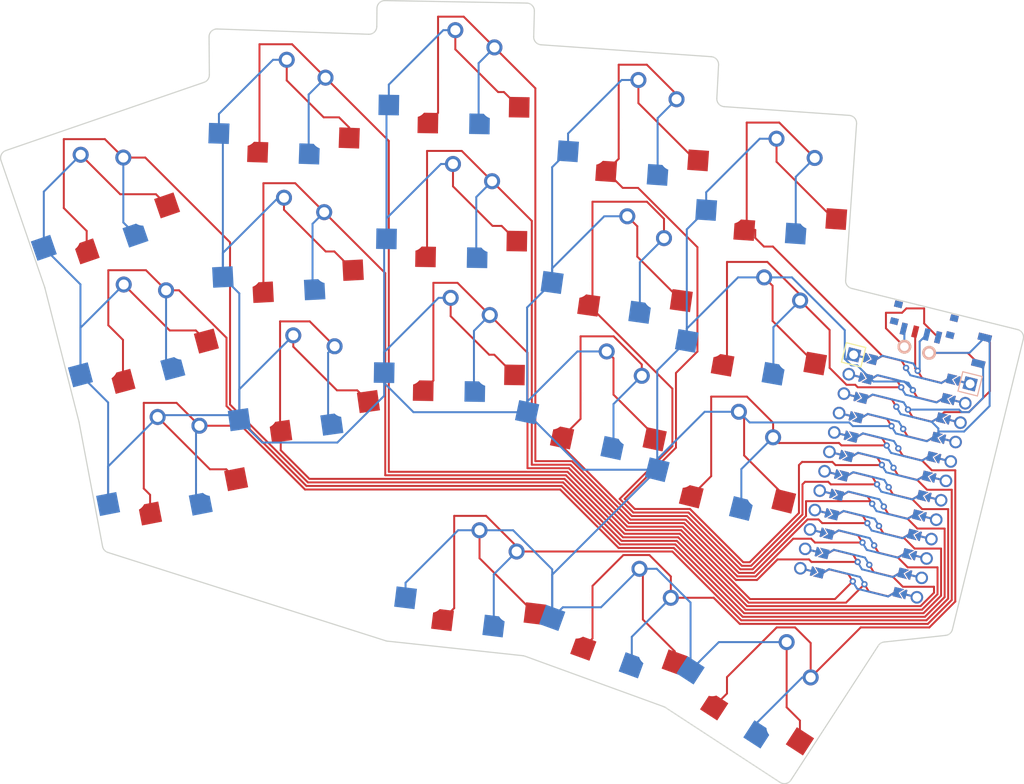
<source format=kicad_pcb>
(kicad_pcb (version 20240108) (generator "pcbnew") (generator_version "8.0")
  (title_block (title "Keiler") (rev "v1.0.0") (company "Unknown"))
  (layers (0 "F.Cu" signal) (31 "B.Cu" signal) (34 "B.Paste" user) (35 "F.Paste" user) (36 "B.SilkS" user "B.Silkscreen") (37 "F.SilkS" user "F.Silkscreen") (38 "B.Mask" user) (39 "F.Mask" user) (44 "Edge.Cuts" user))
  (net 0 "")
  (net 1 "P18")
  (net 2 "GND")
  (net 3 "P15")
  (net 4 "P14")
  (net 5 "P16")
  (net 6 "P10")
  (net 7 "P9")
  (net 8 "P8")
  (net 9 "P7")
  (net 10 "P6")
  (net 11 "P5")
  (net 12 "P4")
  (net 13 "P3")
  (net 14 "P2")
  (net 15 "P0")
  (net 16 "P1")
  (net 17 "P19")
  (net 18 "P20")
  (net 19 "P21")
  (net 20 "RAW")
  (net 21 "RST")
  (net 22 "VCC")
  (net 23 "pos")
  (footprint "lib:bat" (layer "F.Cu") (at 248.260668 130.504752 76)
    (property "Reference" "")
    (property "Value" "")
  )
  (footprint "PG1350" (layer "F.Cu") (at 189.591422 95.81128 179)
    (property "Reference" "S9" (hide yes))
    (property "Value" "" (hide yes))
  )
  (footprint "PG1350" (layer "F.Cu") (at 144.064219 111.313876 19)
    (property "Reference" "S21" (hide yes))
    (property "Value" "" (hide yes))
  )
  (footprint "PG1350" (layer "F.Cu") (at 189.294731 112.808691 179)
    (property "Reference" "S8" (hide yes))
    (property "Value" "" (hide yes))
  )
  (footprint "PG1350" (layer "F.Cu") (at 149.134285 127.917398 15)
    (property "Reference" "S20" (hide yes))
    (property "Value" "" (hide yes))
  )
  (footprint "ProMicro" (layer "F.Cu") (at 244.261699 146.54374 -104)
    (property "Reference" "MCU1" (hide yes))
    (property "Value" "")
  )
  (footprint "PG1350" (layer "F.Cu") (at 153.033798 144.834144 11)
    (property "Reference" "S19" (hide yes))
    (property "Value" "" (hide yes))
  )
  (footprint "PG1350" (layer "F.Cu") (at 168.088975 99.567998 -2)
    (property "Reference" "S24" (hide yes))
    (property "Value" "" (hide yes))
  )
  (footprint "PG1350" (layer "F.Cu") (at 230.051968 109.584008 176)
    (property "Reference" "S15" (hide yes))
    (property "Value" "" (hide yes))
  )
  (footprint "PG1350" (layer "F.Cu") (at 228.533703 172.582508 147)
    (property "Reference" "S18" (hide yes))
    (property "Value" "" (hide yes))
  )
  (footprint "PG1350" (layer "F.Cu") (at 227.873405 127.122149 170)
    (property "Reference" "S14" (hide yes))
    (property "Value" "" (hide yes))
  )
  (footprint "PG1350" (layer "F.Cu") (at 153.033798 144.834144 -169)
    (property "Reference" "S1" (hide yes))
    (property "Value" "" (hide yes))
  )
  (footprint "PG1350" (layer "F.Cu") (at 227.873405 127.122149 -10)
    (property "Reference" "S32" (hide yes))
    (property "Value" "" (hide yes))
  )
  (footprint "PG1350" (layer "F.Cu") (at 168.088975 99.567998 178)
    (property "Reference" "S6" (hide yes))
    (property "Value" "" (hide yes))
  )
  (footprint "PG1350" (layer "F.Cu") (at 210.699236 119.392906 -8)
    (property "Reference" "S29" (hide yes))
    (property "Value" "" (hide yes))
  )
  (footprint "PG1350" (layer "F.Cu") (at 212.519729 102.128251 -4)
    (property "Reference" "S30" (hide yes))
    (property "Value" "" (hide yes))
  )
  (footprint "PG1350" (layer "F.Cu") (at 149.134285 127.917398 -165)
    (property "Reference" "S2" (hide yes))
    (property "Value" "" (hide yes))
  )
  (footprint "PG1350" (layer "F.Cu") (at 169.94871 134.517338 -172)
    (property "Reference" "S4" (hide yes))
    (property "Value" "" (hide yes))
  )
  (footprint "PG1350" (layer "F.Cu") (at 212.519729 102.128251 176)
    (property "Reference" "S12" (hide yes))
    (property "Value" "" (hide yes))
  )
  (footprint "PG1350" (layer "F.Cu") (at 169.94871 134.517338 8)
    (property "Reference" "S22" (hide yes))
    (property "Value" "" (hide yes))
  )
  (footprint "PG1350" (layer "F.Cu") (at 192.047256 159.286717 173)
    (property "Reference" "S16" (hide yes))
    (property "Value" "" (hide yes))
  )
  (footprint "PG1350" (layer "F.Cu") (at 230.051968 109.584008 -4)
    (property "Reference" "S33" (hide yes))
    (property "Value" "" (hide yes))
  )
  (footprint "PG1350" (layer "F.Cu") (at 207.678857 136.488514 168)
    (property "Reference" "S10" (hide yes))
    (property "Value" "" (hide yes))
  )
  (footprint "PG1350" (layer "F.Cu") (at 188.99804 129.806102 -1)
    (property "Reference" "S25" (hide yes))
    (property "Value" "" (hide yes))
  )
  (footprint "PG1350" (layer "F.Cu") (at 168.255882 117.083267 3)
    (property "Reference" "S23" (hide yes))
    (property "Value" "" (hide yes))
  )
  (footprint "PG1350" (layer "F.Cu") (at 144.064219 111.313876 -161)
    (property "Reference" "S3" (hide yes))
    (property "Value" "" (hide yes))
  )
  (footprint "PG1350" (layer "F.Cu") (at 211.049212 163.866382 160)
    (property "Reference" "S17" (hide yes))
    (property "Value" "" (hide yes))
  )
  (footprint "PG1350" (layer "F.Cu") (at 224.258238 144.101932 -14)
    (property "Reference" "S31" (hide yes))
    (property "Value" "" (hide yes))
  )
  (footprint "PG1350" (layer "F.Cu") (at 189.294731 112.808691 -1)
    (property "Reference" "S26" (hide yes))
    (property "Value" "" (hide yes))
  )
  (footprint "PG1350" (layer "F.Cu") (at 189.591422 95.81128 -1)
    (property "Reference" "S27" (hide yes))
    (property "Value" "" (hide yes))
  )
  (footprint "PG1350" (layer "F.Cu") (at 211.049212 163.866382 -20)
    (property "Reference" "S35" (hide yes))
    (property "Value" "" (hide yes))
  )
  (footprint "PG1350" (layer "F.Cu") (at 210.699236 119.392906 172)
    (property "Reference" "S11" (hide yes))
    (property "Value" "" (hide yes))
  )
  (footprint "Button_Switch_SMD:SW_SPST_B3U-1000P" (layer "F.Cu") (at 256.482686 130.596565 76)
    (property "Reference" "")
    (property "Value" "")
  )
  (footprint "PG1350" (layer "F.Cu") (at 224.258238 144.101932 166)
    (property "Reference" "S13" (hide yes))
    (property "Value" "" (hide yes))
  )
  (footprint "PG1350" (layer "F.Cu") (at 192.047256 159.286717 -7)
    (property "Reference" "S34" (hide yes))
    (property "Value" "" (hide yes))
  )
  (footprint "PG1350" (layer "F.Cu") (at 207.678857 136.488514 -12)
    (property "Reference" "S28" (hide yes))
    (property "Value" "" (hide yes))
  )
  (footprint "PG1350" (layer "F.Cu") (at 228.533703 172.582508 -33)
    (property "Reference" "S36" (hide yes))
    (property "Value" "" (hide yes))
  )
  (footprint "PG1350" (layer "F.Cu") (at 168.255882 117.083267 -177)
    (property "Reference" "S5" (hide yes))
    (property "Value" "" (hide yes))
  )
  (footprint "PG1350" (layer "F.Cu") (at 188.99804 129.806102 179)
    (property "Reference" "S7" (hide yes))
    (property "Value" "" (hide yes))
  )
  (footprint "Button_Switch_SMD:SW_SPDT_PCM12" (layer "F.Cu") (at 249.134006 127.001984 166)
    (property "Reference" "")
    (property "Value" "")
  )
  (gr_line (start 216.353889 175.93481) (end 230.906794 185.44749) (stroke (width 0.15)) (layer "Edge.Cuts"))
  (gr_line (start 132.030808 106.467536) (end 137.56834 122.549697) (stroke (width 0.15)) (layer "Edge.Cuts"))
  (gr_arc (start 252.788213 166.021419) (mid 252.475691 166.536558) (end 251.923934 166.778635) (stroke (width 0.15)) (layer "Edge.Cuts"))
  (gr_arc (start 239.988033 122.709057) (mid 239.420205 122.326723) (end 239.23134 121.668743) (stroke (width 0.15)) (layer "Edge.Cuts"))
  (gr_line (start 261.054377 127.93724) (end 239.988034 122.709057) (stroke (width 0.15)) (layer "Edge.Cuts"))
  (gr_line (start 198.746393 86.469634) (end 180.765651 86.155779) (stroke (width 0.15)) (layer "Edge.Cuts"))
  (gr_line (start 222.885139 98.574894) (end 223.106815 94.330137) (stroke (width 0.15)) (layer "Edge.Cuts"))
  (gr_arc (start 158.435154 90.768801) (mid 158.737525 90.044126) (end 159.47002 89.761227) (stroke (width 0.15)) (layer "Edge.Cuts"))
  (gr_arc (start 222.177932 93.280421) (mid 222.85707 93.615296) (end 223.106815 94.330137) (stroke (width 0.15)) (layer "Edge.Cuts"))
  (gr_line (start 141.939617 139.712621) (end 144.919402 155.481303) (stroke (width 0.15)) (layer "Edge.Cuts"))
  (gr_arc (start 179.724312 89.443411) (mid 179.415268 90.155943) (end 178.689466 90.432385) (stroke (width 0.15)) (layer "Edge.Cuts"))
  (gr_arc (start 216.148768 175.832158) (mid 216.254281 175.877583) (end 216.353889 175.93481) (stroke (width 0.15)) (layer "Edge.Cuts"))
  (gr_line (start 179.748252 87.14521) (end 179.724311 89.443411) (stroke (width 0.15)) (layer "Edge.Cuts"))
  (gr_arc (start 239.692732 100.734958) (mid 240.377685 101.076463) (end 240.620539 101.802279) (stroke (width 0.15)) (layer "Edge.Cuts"))
  (gr_line (start 158.435154 90.7688) (end 158.474548 95.583118) (stroke (width 0.15)) (layer "Edge.Cuts"))
  (gr_line (start 244.119272 167.620351) (end 251.923934 166.778635) (stroke (width 0.15)) (layer "Edge.Cuts"))
  (gr_line (start 181.06419 167.507986) (end 198.282249 169.36026) (stroke (width 0.15)) (layer "Edge.Cuts"))
  (gr_arc (start 261.054377 127.937241) (mid 261.66909 128.390133) (end 261.785012 129.144816) (stroke (width 0.15)) (layer "Edge.Cuts"))
  (gr_arc (start 158.474547 95.583119) (mid 158.291065 96.168668) (end 157.800149 96.536819) (stroke (width 0.15)) (layer "Edge.Cuts"))
  (gr_arc (start 232.292606 185.15509) (mid 231.660386 185.588907) (end 230.906794 185.44749) (stroke (width 0.15)) (layer "Edge.Cuts"))
  (gr_arc (start 198.282248 169.36026) (mid 198.40143 169.380429) (end 198.517308 169.414831) (stroke (width 0.15)) (layer "Edge.Cuts"))
  (gr_arc (start 243.387828 168.069946) (mid 243.702844 167.762655) (end 244.119272 167.620351) (stroke (width 0.15)) (layer "Edge.Cuts"))
  (gr_line (start 199.641277 90.745101) (end 199.72858 87.496344) (stroke (width 0.15)) (layer "Edge.Cuts"))
  (gr_arc (start 181.064191 167.507986) (mid 180.965079 167.49226) (end 180.868043 167.466679) (stroke (width 0.15)) (layer "Edge.Cuts"))
  (gr_line (start 239.23134 121.668743) (end 240.620539 101.802279) (stroke (width 0.15)) (layer "Edge.Cuts"))
  (gr_arc (start 145.598903 156.248577) (mid 145.153383 155.95861) (end 144.919402 155.481303) (stroke (width 0.15)) (layer "Edge.Cuts"))
  (gr_arc (start 200.571159 91.769528) (mid 199.900467 91.444077) (end 199.641277 90.745101) (stroke (width 0.15)) (layer "Edge.Cuts"))
  (gr_arc (start 223.814022 99.62461) (mid 223.134884 99.289735) (end 222.885139 98.574894) (stroke (width 0.15)) (layer "Edge.Cuts"))
  (gr_line (start 252.788213 166.021419) (end 261.785012 129.144816) (stroke (width 0.15)) (layer "Edge.Cuts"))
  (gr_line (start 198.517308 169.414831) (end 216.148768 175.832158) (stroke (width 0.15)) (layer "Edge.Cuts"))
  (gr_arc (start 198.746393 86.469634) (mid 199.451542 86.778216) (end 199.72858 87.496344) (stroke (width 0.15)) (layer "Edge.Cuts"))
  (gr_line (start 137.591904 122.62853) (end 141.92609 139.651568) (stroke (width 0.15)) (layer "Edge.Cuts"))
  (gr_line (start 145.598904 156.248577) (end 180.868043 167.466679) (stroke (width 0.15)) (layer "Edge.Cuts"))
  (gr_arc (start 141.92609 139.651568) (mid 141.933331 139.681989) (end 141.939617 139.712621) (stroke (width 0.15)) (layer "Edge.Cuts"))
  (gr_line (start 178.689466 90.432385) (end 159.47002 89.761227) (stroke (width 0.15)) (layer "Edge.Cuts"))
  (gr_arc (start 179.748253 87.145209) (mid 180.051014 86.438735) (end 180.765651 86.155779) (stroke (width 0.15)) (layer "Edge.Cuts"))
  (gr_arc (start 137.56834 122.549697) (mid 137.580933 122.588871) (end 137.591904 122.62853) (stroke (width 0.15)) (layer "Edge.Cuts"))
  (gr_line (start 239.692731 100.734958) (end 223.814022 99.624611) (stroke (width 0.15)) (layer "Edge.Cuts"))
  (gr_line (start 157.800149 96.536819) (end 132.650758 105.196449) (stroke (width 0.15)) (layer "Edge.Cuts"))
  (gr_arc (start 132.030808 106.467537) (mid 132.077532 105.703597) (end 132.650758 105.196449) (stroke (width 0.15)) (layer "Edge.Cuts"))
  (gr_line (start 232.292606 185.155089) (end 243.387828 168.069946) (stroke (width 0.15)) (layer "Edge.Cuts"))
  (gr_line (start 222.177933 93.28042) (end 200.57116 91.769528) (stroke (width 0.15)) (layer "Edge.Cuts"))
  (segment (start 154.316944 137.25) (end 157.21686 140.149916) (width 0.25) (layer "F.Cu") (net 1))
  (segment (start 244.637277 151.35347) (end 247.094065 151.966016) (width 0.25) (layer "F.Cu") (net 1))
  (segment (start 150.15 137.25) (end 154.316944 137.25) (width 0.25) (layer "F.Cu") (net 1))
  (segment (start 251.8 153.209012) (end 251.8 161.918099) (width 0.25) (layer "F.Cu") (net 1))
  (segment (start 150.15 148.126445) (end 150.15 137.25) (width 0.25) (layer "F.Cu") (net 1))
  (segment (start 203 148.25) (end 170.611327 148.25) (width 0.25) (layer "F.Cu") (net 1))
  (segment (start 226.171632 164.417216) (end 217.428804 155.674388) (width 0.25) (layer "F.Cu") (net 1))
  (segment (start 162.511243 140.149916) (end 157.21686 140.149916) (width 0.25) (layer "F.Cu") (net 1))
  (segment (start 217.428804 155.674388) (end 210.424388 155.674388) (width 0.25) (layer "F.Cu") (net 1))
  (segment (start 248.337061 153.209012) (end 251.8 153.209012) (width 0.25) (layer "F.Cu") (net 1))
  (segment (start 249.300883 164.417216) (end 226.171632 164.417216) (width 0.25) (layer "F.Cu") (net 1))
  (segment (start 247.094065 151.966016) (end 248.337061 153.209012) (width 0.25) (layer "F.Cu") (net 1))
  (segment (start 170.611327 148.25) (end 162.511243 140.149916) (width 0.25) (layer "F.Cu") (net 1))
  (segment (start 210.424388 155.674388) (end 203 148.25) (width 0.25) (layer "F.Cu") (net 1))
  (segment (start 251.8 161.918099) (end 249.300883 164.417216) (width 0.25) (layer "F.Cu") (net 1))
  (segment (start 150.954282 148.930727) (end 150.15 148.126445) (width 0.25) (layer "F.Cu") (net 1))
  (segment (start 247.094065 151.966016) (end 248.022624 151.408082) (width 0.25) (layer "F.Cu") (net 1))
  (segment (start 150.954282 151.299725) (end 150.954282 148.930727) (width 0.25) (layer "F.Cu") (net 1))
  (segment (start 244.079342 150.424911) (end 244.637277 151.35347) (width 0.25) (layer "F.Cu") (net 1))
  (via (at 244.079342 150.424911) (size 0.8) (drill 0.4) (layers "F.Cu" "B.Cu") (net 1))
  (segment (start 156.782468 140.584308) (end 157.21686 140.149916) (width 0.25) (layer "B.Cu") (net 1))
  (segment (start 239.585888 148.515117) (end 238.65733 149.073052) (width 0.25) (layer "B.Cu") (net 1))
  (segment (start 244.079342 150.424911) (end 243.521408 149.496352) (width 0.25) (layer "B.Cu") (net 1))
  (segment (start 156.782468 149.448453) (end 156.782468 140.584308) (width 0.25) (layer "B.Cu") (net 1))
  (segment (start 157.383941 150.049926) (end 156.782468 149.448453) (width 0.25) (layer "B.Cu") (net 1))
  (segment (start 243.521408 149.496352) (end 239.585888 148.515117) (width 0.25) (layer "B.Cu") (net 1))
  (segment (start 158.097893 129.397892) (end 156.752034 128.052033) (width 0.25) (layer "F.Cu") (net 2))
  (segment (start 248.324166 136.566163) (end 250.780955 137.178709) (width 0.25) (layer "F.Cu") (net 2))
  (segment (start 161.872297 146.936302) (end 160.622196 145.686201) (width 0.25) (layer "F.Cu") (net 2))
  (segment (start 212.788736 118.675) (end 212.788736 114.818703) (width 0.25) (layer "F.Cu") (net 2))
  (segment (start 245.106403 136.815338) (end 242.649614 136.202792) (width 0.25) (layer "F.Cu") (net 2))
  (segment (start 242.035133 138.667343) (end 241.106574 139.225277) (width 0.25) (layer "F.Cu") (net 2))
  (segment (start 214.99336 141.877037) (end 214.99336 141.425003) (width 0.25) (layer "F.Cu") (net 2))
  (segment (start 238.045224 113.902108) (end 237.739325 113.902108) (width 0.25) (layer "F.Cu") (net 2))
  (segment (start 197.799715 99.705128) (end 195.867558 97.772971) (width 0.25) (layer "F.Cu") (net 2))
  (segment (start 176.715801 120.395048) (end 174.342072 118.021319) (width 0.25) (layer "F.Cu") (net 2))
  (segment (start 220.196351 106.446351) (end 212.931292 99.181292) (width 0.25) (layer "F.Cu") (net 2))
  (segment (start 153.44085 128.052033) (end 147.607253 122.218436) (width 0.25) (layer "F.Cu") (net 2))
  (segment (start 153.109266 112.165494) (end 151.692923 110.749151) (width 0.25) (layer "F.Cu") (net 2))
  (segment (start 226.347738 139.039348) (end 225.685577 138.377187) (width 0.25) (layer "F.Cu") (net 2))
  (segment (start 174.342072 118.021319) (end 173.24056 118.021319) (width 0.25) (layer "F.Cu") (net 2))
  (segment (start 229.962905 126.843514) (end 229.962905 122.376759) (width 0.25) (layer "F.Cu") (net 2))
  (segment (start 250.780955 137.178709) (end 251.709514 136.620775) (width 0.25) (layer "F.Cu") (net 2))
  (segment (start 194.423157 114.770382) (end 189.3977 109.744925) (width 0.25) (layer "F.Cu") (net 2))
  (segment (start 217.542593 170.220446) (end 217.542593 168.806249) (width 0.25) (layer "F.Cu") (net 2))
  (segment (start 193.989418 131.12799) (end 189.101009 126.239581) (width 0.25) (layer "F.Cu") (net 2))
  (segment (start 245.664337 137.743897) (end 245.106403 136.815338) (width 0.25) (layer "F.Cu") (net 2))
  (segment (start 189.694391 92.344391) (end 189.694391 89.912179) (width 0.25) (layer "F.Cu") (net 2))
  (segment (start 158.551682 145.686201) (end 151.908025 139.042544) (width 0.25) (layer "F.Cu") (net 2))
  (segment (start 230.463531 106.626314) (end 230.463531 103.69838) (width 0.25) (layer "F.Cu") (net 2))
  (segment (start 167.9471 112.727859) (end 167.9471 111.191353) (width 0.25) (layer "F.Cu") (net 2))
  (segment (start 249.832547 130.896665) (end 249.835882 130.9) (width 0.25) (layer "F.Cu") (net 2))
  (segment (start 209.768357 131.580264) (end 208.905536 130.717443) (width 0.25) (layer "F.Cu") (net 2))
  (segment (start 229.962905 122.376759) (end 228.897929 121.311783) (width 0.25) (layer "F.Cu") (net 2))
  (segment (start 151.692923 110.749151) (end 147.157202 110.749151) (width 0.25) (layer "F.Cu") (net 2))
  (segment (start 231.380228 149.742445) (end 231.380228 148.95155) (width 0.25) (layer "F.Cu") (net 2))
  (segment (start 147.157202 110.749151) (end 142.143367 105.735316) (width 0.25) (layer "F.Cu") (net 2))
  (segment (start 220.512985 106.446351) (end 220.196351 106.446351) (width 0.25) (layer "F.Cu") (net 2))
  (segment (start 168.294882 96.294882) (end 168.294882 93.671592) (width 0.25) (layer "F.Cu") (net 2))
  (segment (start 177.245869 135.659978) (end 174.675971 135.659978) (width 0.25) (layer "F.Cu") (net 2))
  (segment (start 213.5 158.755065) (end 213.067131 158.322196) (width 0.25) (layer "F.Cu") (net 2))
  (segment (start 212.931292 99.181292) (end 212.931292 96.242623) (width 0.25) (layer "F.Cu") (net 2))
  (segment (start 156.752034 128.052033) (end 153.44085 128.052033) (width 0.25) (layer "F.Cu") (net 2))
  (segment (start 195.122971 97.772971) (end 189.694391 92.344391) (width 0.25) (layer "F.Cu") (net 2))
  (segment (start 189.3977 109.744925) (end 189.3977 106.90959) (width 0.25) (layer "F.Cu") (net 2))
  (segment (start 213.5 164.763656) (end 213.5 158.755065) (width 0.25) (layer "F.Cu") (net 2))
  (segment (start 233.431306 180.234411) (end 233.431306 177.596622) (width 0.25) (layer "F.Cu") (net 2))
  (segment (start 169.127589 130.111596) (end 169.127589 128.674756) (width 0.25) (layer "F.Cu") (net 2))
  (segment (start 209.768357 136.2) (end 209.768357 131.580264) (width 0.25) (layer "F.Cu") (net 2))
  (segment (start 249.835882 130.9) (end 254.725351 130.9) (width 0.25) (layer "F.Cu") (net 2))
  (segment (start 254.725351 130.9) (end 256.071419 132.246068) (width 0.25) (layer "F.Cu") (net 2))
  (segment (start 176.228061 102.278061) (end 174.935845 100.985845) (width 0.25) (layer "F.Cu") (net 2))
  (segment (start 194.634373 131.12799) (end 193.989418 131.12799) (width 0.25) (layer "F.Cu") (net 2))
  (segment (start 235.371508 132.252117) (end 229.962905 126.843514) (width 0.25) (layer "F.Cu") (net 2))
  (segment (start 237.739325 113.902108) (end 230.463531 106.626314) (width 0.25) (layer "F.Cu") (net 2))
  (segment (start 173.24056 118.021319) (end 167.9471 112.727859) (width 0.25) (layer "F.Cu") (net 2))
  (segment (start 174.935845 100.985845) (end 172.985845 100.985845) (width 0.25) (layer "F.Cu") (net 2))
  (segment (start 197.503024 116.702539) (end 195.570867 114.770382) (width 0.25) (layer "F.Cu") (net 2))
  (segment (start 231.380228 148.95155) (end 226.347738 143.91906) (width 0.25) (layer "F.Cu") (net 2))
  (segment (start 195.867558 97.772971) (end 195.122971 97.772971) (width 0.25) (layer "F.Cu") (net 2))
  (segment (start 247.766232 135.637604) (end 248.324166 136.566163) (width 0.25) (layer "F.Cu") (net 2))
  (segment (start 176.228061 103.604507) (end 176.228061 102.278061) (width 0.25) (layer "F.Cu") (net 2))
  (segment (start 233.431306 177.596622) (end 231.747073 175.912389) (width 0.25) (layer "F.Cu") (net 2))
  (segment (start 195.570867 114.770382) (end 194.423157 114.770382) (width 0.25) (layer "F.Cu") (net 2))
  (segment (start 199.803565 164.017234) (end 192.766285 156.979954) (width 0.25) (layer "F.Cu") (net 2))
  (segment (start 242.649614 136.202792) (end 241.721055 136.760726) (width 0.25) (layer "F.Cu") (net 2))
  (segment (start 178.665077 137.079186) (end 177.245869 135.659978) (width 0.25) (layer "F.Cu") (net 2))
  (segment (start 226.347738 143.91906) (end 226.347738 139.039348) (width 0.25) (layer "F.Cu") (net 2))
  (segment (start 192.766285 156.979954) (end 192.766285 153.430695) (width 0.25) (layer "F.Cu") (net 2))
  (segment (start 245.049856 140.208448) (end 244.491921 139.279889) (width 0.25) (layer "F.Cu") (net 2))
  (segment (start 218.371805 124.258069) (end 212.788736 118.675) (width 0.25) (layer "F.Cu") (net 2))
  (segment (start 231.747073 175.912389) (end 231.747073 167.634352) (width 0.25) (layer "F.Cu") (net 2))
  (segment (start 197.206333 133.69995) (end 194.634373 131.12799) (width 0.25) (layer "F.Cu") (net 2))
  (segment (start 189.101009 126.239581) (end 189.101009 123.907001) (width 0.25) (layer "F.Cu") (net 2))
  (segment (start 174.675971 135.659978) (end 169.127589 130.111596) (width 0.25) (layer "F.Cu") (net 2))
  (segment (start 212.788736 114.818703) (end 211.520357 113.550324) (width 0.25) (layer "F.Cu") (net 2))
  (segment (start 172.985845 100.985845) (end 168.294882 96.294882) (width 0.25) (layer "F.Cu") (net 2))
  (segment (start 217.542593 168.806249) (end 213.5 164.763656) (width 0.25) (layer "F.Cu") (net 2))
  (segment (start 244.491921 139.279889) (end 242.035133 138.667343) (width 0.25) (layer "F.Cu") (net 2))
  (segment (start 160.622196 145.686201) (end 158.551682 145.686201) (width 0.25) (layer "F.Cu") (net 2))
  (segment (start 214.99336 141.425003) (end 209.768357 136.2) (width 0.25) (layer "F.Cu") (net 2))
  (via (at 245.67302 137.733466) (size 0.8) (drill 0.4) (layers "F.Cu" "B.Cu") (net 2))
  (via (at 245.058538 140.198018) (size 0.8) (drill 0.4) (layers "F.Cu" "B.Cu") (net 2))
  (via (at 247.766232 135.637604) (size 0.8) (drill 0.4) (layers "F.Cu" "B.Cu") (net 2))
  (segment (start 198.805017 138.436098) (end 198.805017 138.565226) (width 0.25) (layer "B.Cu") (net 2))
  (segment (start 162.276141 139.382501) (end 162.276141 123.348867) (width 0.25) (layer "B.Cu") (net 2))
  (segment (start 159.688143 103.02692) (end 159.688143 100.546549) (width 0.25) (layer "B.Cu") (net 2))
  (segment (start 187.864998 106.90959) (end 189.3977 106.90959) (width 0.25) (layer "B.Cu") (net 2))
  (segment (start 142.11182 133.681347) (end 142.11182 127.713869) (width 0.25) (layer "B.Cu") (net 2))
  (segment (start 239.122694 128.017046) (end 239.122694 131.657509) (width 0.25) (layer "B.Cu") (net 2))
  (segment (start 228.897929 121.311783) (end 232.417431 121.311783) (width 0.25) (layer "B.Cu") (net 2))
  (segment (start 219.07294 127.817422) (end 225.578579 121.311783) (width 0.25) (layer "B.Cu") (net 2))
  (segment (start 203.339522 163.211171) (end 201.99068 164.560013) (width 0.25) (layer "B.Cu") (net 2))
  (segment (start 250.998401 140.494301) (end 250.157791 139.653691) (width 0.25) (layer "B.Cu") (net 2))
  (segment (start 256.893953 128.947062) (end 254.94435 130.896665) (width 0.25) (layer "B.Cu") (net 2))
  (segment (start 219.551308 162.613146) (end 215.260358 158.322196) (width 0.25) (layer "B.Cu") (net 2))
  (segment (start 180.658854 133.411112) (end 180.658854 116.710392) (width 0.25) (layer "B.Cu") (net 2))
  (segment (start 219.07294 115.210237) (end 221.535539 112.747638) (width 0.25) (layer "B.Cu") (net 2))
  (segment (start 227.041088 139.732698) (end 239.682698 139.732698) (width 0.25) (layer "B.Cu") (net 2))
  (segment (start 159.688143 100.546549) (end 166.5631 93.671592) (width 0.25) (layer "B.Cu") (net 2))
  (segment (start 145.626367 145.324202) (end 151.908025 139.042544) (width 0.25) (layer "B.Cu") (net 2))
  (segment (start 245.664337 137.743897) (end 246.222272 138.672456) (width 0.25) (layer "B.Cu") (net 2))
  (segment (start 137.460933 117.553647) (end 137.460933 110.41775) (width 0.25) (layer "B.Cu") (net 2))
  (segment (start 228.333649 103.69838) (end 230.463531 103.69838) (width 0.25) (layer "B.Cu") (net 2))
  (segment (start 219.07294 129.378239) (end 219.07294 115.210237) (width 0.25) (layer "B.Cu") (net 2))
  (segment (start 181.252236 96.821632) (end 188.161689 89.912179) (width 0.25) (layer "B.Cu") (net 2))
  (segment (start 145.626367 150.09419) (end 145.626367 137.195894) (width 0.25) (layer "B.Cu") (net 2))
  (segment (start 219.07294 129.378239) (end 219.07294 127.817422) (width 0.25) (layer "B.Cu") (net 2))
  (segment (start 215.321834 144.398839) (end 221.343486 138.377187) (width 0.25) (layer "B.Cu") (net 2))
  (segment (start 180.658854 130.816454) (end 187.568307 123.907001) (width 0.25) (layer "B.Cu") (net 2))
  (segment (start 250.998401 141.032026) (end 250.998401 140.494301) (width 0.25) (layer "B.Cu") (net 2))
  (segment (start 239.682698 139.732698) (end 240.148018 140.198018) (width 0.25) (layer "B.Cu") (net 2))
  (segment (start 215.321834 145.738637) (end 215.321834 144.398839) (width 0.25) (layer "B.Cu") (net 2))
  (segment (start 137.460933 110.41775) (end 142.143367 105.735316) (width 0.25) (layer "B.Cu") (net 2))
  (segment (start 162.276141 139.382501) (end 161.702556 138.808916) (width 0.25) (layer "B.Cu") (net 2))
  (segment (start 180.955545 116.413701) (end 180.955545 113.819043) (width 0.25) (layer "B.Cu") (net 2))
  (segment (start 174.723444 142.284433) (end 165.178073 142.284433) (width 0.25) (layer "B.Cu") (net 2))
  (segment (start 215.321834 145.738637) (end 215.321834 133.129345) (width 0.25) (layer "B.Cu") (net 2))
  (segment (start 223.137591 167.634352) (end 231.747073 167.634352) (width 0.25) (layer "B.Cu") (net 2))
  (segment (start 160.188482 121.261208) (end 160.188482 118.212369) (width 0.25) (layer "B.Cu") (net 2))
  (segment (start 221.535539 112.747638) (end 221.535539 110.49649) (width 0.25) (layer "B.Cu") (net 2))
  (segment (start 204.0033 103.040733) (end 210.80141 96.242623) (width 0.25) (layer "B.Cu") (net 2))
  (segment (start 213.067131 158.322196) (end 208.178156 163.211171) (width 0.25) (layer "B.Cu") (net 2))
  (segment (start 160.188482 121.261208) (end 160.188482 103.527259) (width 0.25) (layer "B.Cu") (net 2))
  (segment (start 180.658854 133.411112) (end 180.658854 136.349023) (width 0.25) (layer "B.Cu") (net 2))
  (segment (start 201.99068 158.39068) (end 197.030695 153.430695) (width 0.25) (layer "B.Cu") (net 2))
  (segment (start 180.955545 113.819043) (end 187.864998 106.90959) (width 0.25) (layer "B.Cu") (net 2))
  (segment (start 190.040309 153.430695) (end 183.376927 160.094077) (width 0.25) (layer "B.Cu") (net 2))
  (segment (start 201.99068 159.069791) (end 215.321834 145.738637) (width 0.25) (layer "B.Cu") (net 2))
  (segment (start 180.955545 116.413701) (end 180.955545 99.712981) (width 0.25) (layer "B.Cu") (net 2))
  (segment (start 254.272029 140.886256) (end 251.144171 140.886256) (width 0.25) (layer "B.Cu") (net 2))
  (segment (start 162.276141 139.382501) (end 162.276141 135.526204) (width 0.25) (layer "B.Cu") (net 2))
  (segment (start 184.383642 138.436098) (end 198.805017 138.436098) (width 0.25) (layer "B.Cu") (net 2))
  (segment (start 188.161689 89.912179) (end 189.694391 89.912179) (width 0.25) (layer "B.Cu") (net 2))
  (segment (start 180.955545 99.712981) (end 181.252236 99.41629) (width 0.25) (layer "B.Cu") (net 2))
  (segment (start 208.596208 113.550324) (end 211.520357 113.550324) (width 0.25) (layer "B.Cu") (net 2))
  (segment (start 221.535539 110.49649) (end 228.333649 103.69838) (width 0.25) (layer "B.Cu") (net 2))
  (segment (start 251.144171 140.886256) (end 250.48055 141.549877) (width 0.25) (layer "B.Cu") (net 2))
  (segment (start 180.658854 134.71131) (end 184.383642 138.436098) (width 0.25) (layer "B.Cu") (net 2))
  (segment (start 250.48055 141.549877) (end 250.998401 141.032026) (width 0.25) (layer "B.Cu") (net 2))
  (segment (start 145.626367 150.09419) (end 145.626367 145.324202) (width 0.25) (layer "B.Cu") (net 2))
  (segment (start 198.805017 125.132606) (end 201.982869 121.954754) (width 0.25) (layer "B.Cu") (net 2))
  (segment (start 257.511768 137.646517) (end 254.272029 140.886256) (width 0.25) (layer "B.Cu") (net 2))
  (segment (start 167.209498 111.191353) (end 167.9471 111.191353) (width 0.25) (layer "B.Cu") (net 2))
  (segment (start 246.222272 138.672456) (end 250.157791 139.653691) (width 0.25) (layer "B.Cu") (net 2))
  (segment (start 246.661075 134.532447) (end 247.766232 135.637604) (width 0.25) (layer "B.Cu") (net 2))
  (segment (start 197.030695 153.430695) (end 192.766285 153.430695) (width 0.25) (layer "B.Cu") (net 2))
  (segment (start 160.188482 118.212369) (end 167.209498 111.191353) (width 0.25) (layer "B.Cu") (net 2))
  (segment (start 180.658854 133.411112) (end 180.658854 134.71131) (width 0.25) (layer "B.Cu") (net 2))
  (segment (start 210.80141 96.242623) (end 212.931292 96.242623) (width 0.25) (layer "B.Cu") (net 2))
  (segment (start 181.252236 99.41629) (end 181.252236 96.821632) (width 0.25) (layer "B.Cu") (net 2))
  (segment (start 201.99068 164.560013) (end 201.99068 158.39068) (width 0.25) (layer "B.Cu") (net 2))
  (segment (start 205.192918 130.717443) (end 208.905536 130.717443) (width 0.25) (layer "B.Cu") (net 2))
  (segment (start 152.141653 138.808916) (end 151.908025 139.042544) (width 0.25) (layer "B.Cu") (net 2))
  (segment (start 247.766232 135.637604) (end 247.208298 134.709046) (width 0.25) (layer "B.Cu") (net 2))
  (segment (start 183.376927 160.094077) (end 183.376927 162.000296) (width 0.25) (layer "B.Cu") (net 2))
  (segment (start 162.276141 135.526204) (end 169.127589 128.674756) (width 0.25) (layer "B.Cu") (net 2))
  (segment (start 240.709978 132.484815) (end 242.75761 134.532447) (width 0.25) (layer "B.Cu") (net 2))
  (segment (start 221.343486 138.377187) (end 225.685577 138.377187) (width 0.25) (layer "B.Cu") (net 2))
  (segment (start 245.60779 141.137007) (end 249.54331 142.118242) (width 0.25) (layer "B.Cu") (net 2))
  (segment (start 239.122694 131.657509) (end 239.95 132.484815) (width 0.25) (layer "B.Cu") (net 2))
  (segment (start 187.568307 123.907001) (end 189.101009 123.907001) (width 0.25) (layer "B.Cu") (net 2))
  (segment (start 201.982869 120.163663) (end 208.596208 113.550324) (width 0.25) (layer "B.Cu") (net 2))
  (segment (start 215.321834 133.129345) (end 219.07294 129.378239) (width 0.25) (layer "B.Cu") (net 2))
  (segment (start 245.049856 140.208448) (end 245.60779 141.137007) (width 0.25) (layer "B.Cu") (net 2))
  (segment (start 240.148018 140.198018) (end 245.058538 140.198018) (width 0.25) (layer "B.Cu") (net 2))
  (segment (start 166.5631 93.671592) (end 168.294882 93.671592) (width 0.25) (layer "B.Cu") (net 2))
  (segment (start 205.978428 145.738637) (end 215.321834 145.738637) (width 0.25) (layer "B.Cu") (net 2))
  (segment (start 225.685577 138.377187) (end 227.041088 139.732698) (width 0.25) (layer "B.Cu") (net 2))
  (segment (start 204.0033 105.291881) (end 204.0033 103.040733) (width 0.25) (layer "B.Cu") (net 2))
  (segment (start 142.11182 127.713869) (end 147.607253 122.218436) (width 0.25) (layer "B.Cu") (net 2))
  (segment (start 250.157791 139.653691) (end 251.08635 139.095756) (width 0.25) (layer "B.Cu") (net 2))
  (segment (start 201.99068 164.560013) (end 201.99068 159.069791) (width 0.25) (layer "B.Cu") (net 2))
  (segment (start 162.276141 123.348867) (end 160.188482 121.261208) (width 0.25) (layer "B.Cu") (net 2))
  (segment (start 192.766285 153.430695) (end 190.040309 153.430695) (width 0.25) (layer "B.Cu") (net 2))
  (segment (start 257.511768 129.564877) (end 257.511768 137.646517) (width 0.25) (layer "B.Cu") (net 2))
  (segment (start 165.178073 142.284433) (end 162.276141 139.382501) (width 0.25) (layer "B.Cu") (net 2))
  (segment (start 180.658854 136.349023) (end 174.723444 142.284433) (width 0.25) (layer "B.Cu") (net 2))
  (segment (start 201.982869 121.954754) (end 201.982869 107.312312) (width 0.25) (layer "B.Cu") (net 2))
  (segment (start 145.626367 137.195894) (end 142.11182 133.681347) (width 0.25) (layer "B.Cu") (net 2))
  (segment (start 198.805017 138.436098) (end 198.805017 137.105344) (width 0.25) (layer "B.Cu") (net 2))
  (segment (start 215.260358 158.322196) (end 213.067131 158.322196) (width 0.25) (layer "B.Cu") (net 2))
  (segment (start 208.178156 163.211171) (end 203.339522 163.211171) (width 0.25) (layer "B.Cu") (net 2))
  (segment (start 198.805017 138.436098) (end 198.805017 125.132606) (width 0.25) (layer "B.Cu") (net 2))
  (segment (start 249.54331 142.118242) (end 250.471868 141.560308) (width 0.25) (layer "B.Cu") (net 2))
  (segment (start 198.805017 137.105344) (end 205.192918 130.717443) (width 0.25) (layer "B.Cu") (net 2))
  (segment (start 160.188482 103.527259) (end 159.688143 103.02692) (width 0.25) (layer "B.Cu") (net 2))
  (segment (start 247.208298 134.709046) (end 243.272778 133.72781) (width 0.25) (layer "B.Cu") (net 2))
  (segment (start 225.578579 121.311783) (end 228.897929 121.311783) (width 0.25) (layer "B.Cu") (net 2))
  (segment (start 243.272778 133.72781) (end 242.344219 134.285745) (width 0.25) (layer "B.Cu") (net 2))
  (segment (start 232.417431 121.311783) (end 239.122694 128.017046) (width 0.25) (layer "B.Cu") (net 2))
  (segment (start 180.658854 133.411112) (end 180.658854 130.816454) (width 0.25) (layer "B.Cu") (net 2))
  (segment (start 142.11182 122.204534) (end 137.460933 117.553647) (width 0.25) (layer "B.Cu") (net 2))
  (segment (start 180.658854 116.710392) (end 180.955545 116.413701) (width 0.25) (layer "B.Cu") (net 2))
  (segment (start 198.805017 138.565226) (end 205.978428 145.738637) (width 0.25) (layer "B.Cu") (net 2))
  (segment (start 142.11182 133.681347) (end 142.11182 122.204534) (width 0.25) (layer "B.Cu") (net 2))
  (segment (start 256.893953 128.947062) (end 257.511768 129.564877) (width 0.25) (layer "B.Cu") (net 2))
  (segment (start 201.982869 107.312312) (end 204.0033 105.291881) (width 0.25) (layer "B.Cu") (net 2))
  (segment (start 239.95 132.484815) (end 240.709978 132.484815) (width 0.25) (layer "B.Cu") (net 2))
  (segment (start 254.94435 130.896665) (end 249.832547 130.896665) (width 0.25) (layer "B.Cu") (net 2))
  (segment (start 242.75761 134.532447) (end 246.661075 134.532447) (width 0.25) (layer "B.Cu") (net 2))
  (segment (start 201.982869 121.954754) (end 201.982869 120.163663) (width 0.25) (layer "B.Cu") (net 2))
  (segment (start 219.551308 171.220635) (end 223.137591 167.634352) (width 0.25) (layer "B.Cu") (net 2))
  (segment (start 219.551308 171.220635) (end 219.551308 162.613146) (width 0.25) (layer "B.Cu") (net 2))
  (segment (start 161.702556 138.808916) (end 152.141653 138.808916) (width 0.25) (layer "B.Cu") (net 2))
  (segment (start 170.797723 147.8) (end 160.65 137.652277) (width 0.25) (layer "F.Cu") (net 3))
  (segment (start 251.35 161.731703) (end 249.114487 163.967216) (width 0.25) (layer "F.Cu") (net 3))
  (segment (start 251.35 155.75) (end 251.35 161.731703) (width 0.25) (layer "F.Cu") (net 3))
  (segment (start 249.114487 163.967216) (end 226.358028 163.967216) (width 0.25) (layer "F.Cu") (net 3))
  (segment (start 150.427617 120.4) (end 152.980402 122.952785) (width 0.25) (layer "F.Cu") (net 3))
  (segment (start 203.186396 147.8) (end 170.797723 147.8) (width 0.25) (layer "F.Cu") (net 3))
  (segment (start 217.6152 155.224388) (end 210.610784 155.224388) (width 0.25) (layer "F.Cu") (net 3))
  (segment (start 210.610784 155.224388) (end 203.186396 147.8) (width 0.25) (layer "F.Cu") (net 3))
  (segment (start 226.358028 163.967216) (end 217.6152 155.224388) (width 0.25) (layer "F.Cu") (net 3))
  (segment (start 145.65 120.4) (end 150.427617 120.4) (width 0.25) (layer "F.Cu") (net 3))
  (segment (start 246.667809 154.430567) (end 247.987242 155.75) (width 0.25) (layer "F.Cu") (net 3))
  (segment (start 147.510851 129.248963) (end 145.65 127.388112) (width 0.25) (layer "F.Cu") (net 3))
  (segment (start 243.464861 152.889462) (end 244.022795 153.818021) (width 0.25) (layer "F.Cu") (net 3))
  (segment (start 147.510851 134.512289) (end 147.510851 129.248963) (width 0.25) (layer "F.Cu") (net 3))
  (segment (start 244.022795 153.818021) (end 246.479584 154.430567) (width 0.25) (layer "F.Cu") (net 3))
  (segment (start 247.987242 155.75) (end 251.35 155.75) (width 0.25) (layer "F.Cu") (net 3))
  (segment (start 154.623812 122.952785) (end 152.980402 122.952785) (width 0.25) (layer "F.Cu") (net 3))
  (segment (start 160.65 137.652277) (end 160.65 128.978973) (width 0.25) (layer "F.Cu") (net 3))
  (segment (start 246.479584 154.430567) (end 246.667809 154.430567) (width 0.25) (layer "F.Cu") (net 3))
  (segment (start 145.65 127.388112) (end 145.65 120.4) (width 0.25) (layer "F.Cu") (net 3))
  (segment (start 246.479584 154.430567) (end 247.408142 153.872633) (width 0.25) (layer "F.Cu") (net 3))
  (segment (start 160.65 128.978973) (end 154.623812 122.952785) (width 0.25) (layer "F.Cu") (net 3))
  (via (at 243.464861 152.889462) (size 0.8) (drill 0.4) (layers "F.Cu" "B.Cu") (net 3))
  (segment (start 238.971407 150.979668) (end 238.042848 151.537603) (width 0.25) (layer "B.Cu") (net 3))
  (segment (start 153.837665 132.817024) (end 152.980402 131.959761) (width 0.25) (layer "B.Cu") (net 3))
  (segment (start 242.906926 151.960904) (end 238.971407 150.979668) (width 0.25) (layer "B.Cu") (net 3))
  (segment (start 152.980402 131.959761) (end 152.980402 122.952785) (width 0.25) (layer "B.Cu") (net 3))
  (segment (start 243.464861 152.889462) (end 242.906926 151.960904) (width 0.25) (layer "B.Cu") (net 3))
  (segment (start 210.79718 154.774388) (end 203.372792 147.35) (width 0.25) (layer "F.Cu") (net 4))
  (segment (start 161.1 137.465881) (end 161.1 116.85) (width 0.25) (layer "F.Cu") (net 4))
  (segment (start 203.372792 147.35) (end 170.984119 147.35) (width 0.25) (layer "F.Cu") (net 4))
  (segment (start 245.865102 156.895118) (end 246.793661 156.337184) (width 0.25) (layer "F.Cu") (net 4))
  (segment (start 245.865102 156.895118) (end 247.108098 158.138114) (width 0.25) (layer "F.Cu") (net 4))
  (segment (start 150.343065 106.093065) (end 147.554653 106.093065) (width 0.25) (layer "F.Cu") (net 4))
  (segment (start 248.928091 163.517216) (end 226.544424 163.517216) (width 0.25) (layer "F.Cu") (net 4))
  (segment (start 226.544424 163.517216) (end 217.801596 154.774388) (width 0.25) (layer "F.Cu") (net 4))
  (segment (start 161.1 116.85) (end 150.343065 106.093065) (width 0.25) (layer "F.Cu") (net 4))
  (segment (start 250.9 158.138114) (end 250.9 161.545307) (width 0.25) (layer "F.Cu") (net 4))
  (segment (start 145.211588 103.75) (end 147.554653 106.093065) (width 0.25) (layer "F.Cu") (net 4))
  (segment (start 170.984119 147.35) (end 161.1 137.465881) (width 0.25) (layer "F.Cu") (net 4))
  (segment (start 242.850379 155.354013) (end 243.408313 156.282572) (width 0.25) (layer "F.Cu") (net 4))
  (segment (start 140 112.50695) (end 140 103.75) (width 0.25) (layer "F.Cu") (net 4))
  (segment (start 243.408313 156.282572) (end 245.865102 156.895118) (width 0.25) (layer "F.Cu") (net 4))
  (segment (start 142.904776 115.411726) (end 140 112.50695) (width 0.25) (layer "F.Cu") (net 4))
  (segment (start 217.801596 154.774388) (end 210.79718 154.774388) (width 0.25) (layer "F.Cu") (net 4))
  (segment (start 250.9 161.545307) (end 248.928091 163.517216) (width 0.25) (layer "F.Cu") (net 4))
  (segment (start 142.904776 118.005947) (end 142.904776 115.411726) (width 0.25) (layer "F.Cu") (net 4))
  (segment (start 247.108098 158.138114) (end 250.9 158.138114) (width 0.25) (layer "F.Cu") (net 4))
  (segment (start 140 103.75) (end 145.211588 103.75) (width 0.25) (layer "F.Cu") (net 4))
  (via (at 242.850379 155.354013) (size 0.8) (drill 0.4) (layers "F.Cu" "B.Cu") (net 4))
  (segment (start 147.554653 114.330206) (end 147.554653 106.093065) (width 0.25) (layer "B.Cu") (net 4))
  (segment (start 149.097923 115.873476) (end 147.554653 114.330206) (width 0.25) (layer "B.Cu") (net 4))
  (segment (start 242.292445 154.425455) (end 238.356925 153.44422) (width 0.25) (layer "B.Cu") (net 4))
  (segment (start 238.356925 153.44422) (end 237.428366 154.002154) (width 0.25) (layer "B.Cu") (net 4))
  (segment (start 242.850379 155.354013) (end 242.292445 154.425455) (width 0.25) (layer "B.Cu") (net 4))
  (segment (start 167.45 126.9) (end 171.212739 126.9) (width 0.25) (layer "F.Cu") (net 5))
  (segment (start 203.559188 146.9) (end 171.170515 146.9) (width 0.25) (layer "F.Cu") (net 5))
  (segment (start 171.212739 126.9) (end 174.371193 130.058454) (width 0.25) (layer "F.Cu") (net 5))
  (segment (start 167.533662 140.865225) (end 167.45 140.781563) (width 0.25) (layer "F.Cu") (net 5))
  (segment (start 167.45 140.781563) (end 167.45 126.9) (width 0.25) (layer "F.Cu") (net 5))
  (segment (start 246.493615 160.602665) (end 250.45 160.602665) (width 0.25) (layer "F.Cu") (net 5))
  (segment (start 245.25062 159.35967) (end 246.493615 160.602665) (width 0.25) (layer "F.Cu") (net 5))
  (segment (start 217.987992 154.324388) (end 210.983576 154.324388) (width 0.25) (layer "F.Cu") (net 5))
  (segment (start 226.73082 163.067216) (end 217.987992 154.324388) (width 0.25) (layer "F.Cu") (net 5))
  (segment (start 248.741695 163.067216) (end 226.73082 163.067216) (width 0.25) (layer "F.Cu") (net 5))
  (segment (start 245.25062 159.35967) (end 246.179179 158.801735) (width 0.25) (layer "F.Cu") (net 5))
  (segment (start 167.533662 143.263147) (end 167.533662 140.865225) (width 0.25) (layer "F.Cu") (net 5))
  (segment (start 171.170515 146.9) (end 167.533662 143.263147) (width 0.25) (layer "F.Cu") (net 5))
  (segment (start 242.793832 158.747123) (end 245.25062 159.35967) (width 0.25) (layer "F.Cu") (net 5))
  (segment (start 250.45 160.602665) (end 250.45 161.358911) (width 0.25) (layer "F.Cu") (net 5))
  (segment (start 210.983576 154.324388) (end 203.559188 146.9) (width 0.25) (layer "F.Cu") (net 5))
  (segment (start 250.45 161.358911) (end 248.741695 163.067216) (width 0.25) (layer "F.Cu") (net 5))
  (segment (start 242.235897 157.818565) (end 242.793832 158.747123) (width 0.25) (layer "F.Cu") (net 5))
  (via (at 242.235897 157.818565) (size 0.8) (drill 0.4) (layers "F.Cu" "B.Cu") (net 5))
  (segment (start 237.742444 155.908771) (end 236.813885 156.466705) (width 0.25) (layer "B.Cu") (net 5))
  (segment (start 173.546948 130.882699) (end 174.371193 130.058454) (width 0.25) (layer "B.Cu") (net 5))
  (segment (start 241.677963 156.890006) (end 237.742444 155.908771) (width 0.25) (layer "B.Cu") (net 5))
  (segment (start 174.019918 139.953641) (end 173.546948 139.480671) (width 0.25) (layer "B.Cu") (net 5))
  (segment (start 173.546948 139.480671) (end 173.546948 130.882699) (width 0.25) (layer "B.Cu") (net 5))
  (segment (start 242.235897 157.818565) (end 241.677963 156.890006) (width 0.25) (layer "B.Cu") (net 5))
  (segment (start 226.917216 162.617216) (end 218.174388 153.874388) (width 0.25) (layer "F.Cu") (net 6))
  (segment (start 165.333994 109.35) (end 169.373358 109.35) (width 0.25) (layer "F.Cu") (net 6))
  (segment (start 239.287316 162.617216) (end 226.917216 162.617216) (width 0.25) (layer "F.Cu") (net 6))
  (segment (start 218.174388 153.874388) (end 211.169972 153.874388) (width 0.25) (layer "F.Cu") (net 6))
  (segment (start 165.296769 123.196513) (end 165.333994 123.159288) (width 0.25) (layer "F.Cu") (net 6))
  (segment (start 242.17935 161.211674) (end 244.636139 161.824221) (width 0.25) (layer "F.Cu") (net 6))
  (segment (start 165.333994 123.159288) (end 165.333994 109.35) (width 0.25) (layer "F.Cu") (net 6))
  (segment (start 169.373358 109.35) (end 173.050153 113.026795) (width 0.25) (layer "F.Cu") (net 6))
  (segment (start 244.636139 161.824221) (end 245.564698 161.266286) (width 0.25) (layer "F.Cu") (net 6))
  (segment (start 203.745584 146.45) (end 180.8 146.45) (width 0.25) (layer "F.Cu") (net 6))
  (segment (start 211.169972 153.874388) (end 203.745584 146.45) (width 0.25) (layer "F.Cu") (net 6))
  (segment (start 241.621416 160.283116) (end 239.287316 162.617216) (width 0.25) (layer "F.Cu") (net 6))
  (segment (start 180.8 120.776642) (end 173.050153 113.026795) (width 0.25) (layer "F.Cu") (net 6))
  (segment (start 180.8 146.45) (end 180.8 120.776642) (width 0.25) (layer "F.Cu") (net 6))
  (segment (start 241.621416 160.283116) (end 242.17935 161.211674) (width 0.25) (layer "F.Cu") (net 6))
  (via (at 241.621416 160.283116) (size 0.8) (drill 0.4) (layers "F.Cu" "B.Cu") (net 6))
  (segment (start 241.621416 160.283116) (end 241.063481 159.354557) (width 0.25) (layer "B.Cu") (net 6))
  (segment (start 171.57029 122.586209) (end 171.57029 114.506658) (width 0.25) (layer "B.Cu") (net 6))
  (segment (start 171.837793 122.853712) (end 171.57029 122.586209) (width 0.25) (layer "B.Cu") (net 6))
  (segment (start 241.063481 159.354557) (end 237.127962 158.373322) (width 0.25) (layer "B.Cu") (net 6))
  (segment (start 171.57029 114.506658) (end 173.050153 113.026795) (width 0.25) (layer "B.Cu") (net 6))
  (segment (start 237.127962 158.373322) (end 236.199403 158.931256) (width 0.25) (layer "B.Cu") (net 6))
  (segment (start 237.11928 158.383752) (end 236.190721 158.941687) (width 0.25) (layer "F.Cu") (net 7))
  (segment (start 240.142685 159.914427) (end 240.135573 159.914427) (width 0.25) (layer "F.Cu") (net 7))
  (segment (start 164.836148 105.172248) (end 164.836148 91.7) (width 0.25) (layer "F.Cu") (net 7))
  (segment (start 203.93198 146) (end 181.25 146) (width 0.25) (layer "F.Cu") (net 7))
  (segment (start 181.25 146) (end 181.25 103.976263) (width 0.25) (layer "F.Cu") (net 7))
  (segment (start 237.882784 162.167216) (end 227.103612 162.167216) (width 0.25) (layer "F.Cu") (net 7))
  (segment (start 240.134003 159.924857) (end 239.576068 158.996298) (width 0.25) (layer "F.Cu") (net 7))
  (segment (start 181.25 103.976263) (end 173.218547 95.94481) (width 0.25) (layer "F.Cu") (net 7))
  (segment (start 168.973737 91.7) (end 173.218547 95.94481) (width 0.25) (layer "F.Cu") (net 7))
  (segment (start 240.135573 159.914427) (end 237.882784 162.167216) (width 0.25) (layer "F.Cu") (net 7))
  (segment (start 164.836148 91.7) (end 168.973737 91.7) (width 0.25) (layer "F.Cu") (net 7))
  (segment (start 218.360784 153.424388) (end 211.356368 153.424388) (width 0.25) (layer "F.Cu") (net 7))
  (segment (start 239.576068 158.996298) (end 237.11928 158.383752) (width 0.25) (layer "F.Cu") (net 7))
  (segment (start 164.608318 105.400078) (end 164.836148 105.172248) (width 0.25) (layer "F.Cu") (net 7))
  (segment (start 211.356368 153.424388) (end 203.93198 146) (width 0.25) (layer "F.Cu") (net 7))
  (segment (start 227.103612 162.167216) (end 218.360784 153.424388) (width 0.25) (layer "F.Cu") (net 7))
  (via (at 240.142685 159.914427) (size 0.8) (drill 0.4) (layers "F.Cu" "B.Cu") (net 7))
  (segment (start 244.627457 161.834651) (end 245.556015 161.276717) (width 0.25) (layer "B.Cu") (net 7))
  (segment (start 171.080056 98.083301) (end 173.218547 95.94481) (width 0.25) (layer "B.Cu") (net 7))
  (segment (start 240.691937 160.853416) (end 244.627457 161.834651) (width 0.25) (layer "B.Cu") (net 7))
  (segment (start 171.080056 105.554397) (end 171.080056 98.083301) (width 0.25) (layer "B.Cu") (net 7))
  (segment (start 171.154328 105.628669) (end 171.080056 105.554397) (width 0.25) (layer "B.Cu") (net 7))
  (segment (start 240.134003 159.924857) (end 240.691937 160.853416) (width 0.25) (layer "B.Cu") (net 7))
  (segment (start 198.853823 130.884168) (end 194.063598 126.093943) (width 0.25) (layer "F.Cu") (net 8))
  (segment (start 234.580325 157.130325) (end 230.59506 157.130325) (width 0.25) (layer "F.Cu") (net 8))
  (segment (start 234.899876 157.449876) (end 234.580325 157.130325) (width 0.25) (layer "F.Cu") (net 8))
  (segment (start 186.90854 122) (end 189.969655 122) (width 0.25) (layer "F.Cu") (net 8))
  (segment (start 225.312219 159.739427) (end 218.54718 152.974388) (width 0.25) (layer "F.Cu") (net 8))
  (segment (start 227.985958 159.739427) (end 225.312219 159.739427) (width 0.25) (layer "F.Cu") (net 8))
  (segment (start 185.619697 135.698039) (end 186.90854 134.409196) (width 0.25) (layer "F.Cu") (net 8))
  (segment (start 211.542764 152.974388) (end 204.118376 145.55) (width 0.25) (layer "F.Cu") (net 8))
  (segment (start 230.59506 157.130325) (end 227.985958 159.739427) (width 0.25) (layer "F.Cu") (net 8))
  (segment (start 204.118376 145.55) (end 198.853823 145.55) (width 0.25) (layer "F.Cu") (net 8))
  (segment (start 240.757167 157.449876) (end 234.899876 157.449876) (width 0.25) (layer "F.Cu") (net 8))
  (segment (start 198.853823 145.55) (end 198.853823 130.884168) (width 0.25) (layer "F.Cu") (net 8))
  (segment (start 189.969655 122) (end 194.063598 126.093943) (width 0.25) (layer "F.Cu") (net 8))
  (segment (start 218.54718 152.974388) (end 211.542764 152.974388) (width 0.25) (layer "F.Cu") (net 8))
  (segment (start 240.19055 156.531747) (end 237.733761 155.919201) (width 0.25) (layer "F.Cu") (net 8))
  (segment (start 237.733761 155.919201) (end 236.805203 156.477135) (width 0.25) (layer "F.Cu") (net 8))
  (segment (start 240.748484 157.460306) (end 240.19055 156.531747) (width 0.25) (layer "F.Cu") (net 8))
  (segment (start 186.90854 134.409196) (end 186.90854 122) (width 0.25) (layer "F.Cu") (net 8))
  (via (at 240.757167 157.449876) (size 0.8) (drill 0.4) (layers "F.Cu" "B.Cu") (net 8))
  (segment (start 192.056832 135.700485) (end 192.056832 128.100709) (width 0.25) (layer "B.Cu") (net 8))
  (segment (start 192.056832 128.100709) (end 194.063598 126.093943) (width 0.25) (layer "B.Cu") (net 8))
  (segment (start 240.748484 157.460306) (end 241.306419 158.388865) (width 0.25) (layer "B.Cu") (net 8))
  (segment (start 245.241938 159.3701) (end 246.170497 158.812166) (width 0.25) (layer "B.Cu") (net 8))
  (segment (start 192.168699 135.812352) (end 192.056832 135.700485) (width 0.25) (layer "B.Cu") (net 8))
  (segment (start 241.306419 158.388865) (end 245.241938 159.3701) (width 0.25) (layer "B.Cu") (net 8))
  (segment (start 199.4 114.136243) (end 194.360289 109.096532) (width 0.25) (layer "F.Cu") (net 9))
  (segment (start 204.304772 145.1) (end 199.4 145.1) (width 0.25) (layer "F.Cu") (net 9))
  (segment (start 241.362966 154.995755) (end 240.805032 154.067196) (width 0.25) (layer "F.Cu") (net 9))
  (segment (start 225.498615 159.289427) (end 218.733576 152.524388) (width 0.25) (layer "F.Cu") (net 9))
  (segment (start 234.85 154.5) (end 232.588989 154.5) (width 0.25) (layer "F.Cu") (net 9))
  (segment (start 199.4 145.1) (end 199.4 114.136243) (width 0.25) (layer "F.Cu") (net 9))
  (segment (start 186.105046 105.25) (end 190.513757 105.25) (width 0.25) (layer "F.Cu") (net 9))
  (segment (start 232.588989 154.5) (end 227.799562 159.289427) (width 0.25) (layer "F.Cu") (net 9))
  (segment (start 235.335324 154.985324) (end 234.85 154.5) (width 0.25) (layer "F.Cu") (net 9))
  (segment (start 227.799562 159.289427) (end 225.498615 159.289427) (width 0.25) (layer "F.Cu") (net 9))
  (segment (start 190.513757 105.25) (end 194.360289 109.096532) (width 0.25) (layer "F.Cu") (net 9))
  (segment (start 238.348243 153.45465) (end 237.419684 154.012584) (width 0.25) (layer "F.Cu") (net 9))
  (segment (start 186.105046 118.51197) (end 186.105046 105.25) (width 0.25) (layer "F.Cu") (net 9))
  (segment (start 241.371648 154.985324) (end 235.335324 154.985324) (width 0.25) (layer "F.Cu") (net 9))
  (segment (start 185.916388 118.700628) (end 186.105046 118.51197) (width 0.25) (layer "F.Cu") (net 9))
  (segment (start 218.733576 152.524388) (end 211.72916 152.524388) (width 0.25) (layer "F.Cu") (net 9))
  (segment (start 211.72916 152.524388) (end 204.304772 145.1) (width 0.25) (layer "F.Cu") (net 9))
  (segment (start 240.805032 154.067196) (end 238.348243 153.45465) (width 0.25) (layer "F.Cu") (net 9))
  (via (at 241.371648 154.985324) (size 0.8) (drill 0.4) (layers "F.Cu" "B.Cu") (net 9))
  (segment (start 192.353523 118.703074) (end 192.353523 111.103298) (width 0.25) (layer "B.Cu") (net 9))
  (segment (start 241.362966 154.995755) (end 241.9209 155.924314) (width 0.25) (layer "B.Cu") (net 9))
  (segment (start 245.85642 156.905549) (end 246.784979 156.347614) (width 0.25) (layer "B.Cu") (net 9))
  (segment (start 192.46539 118.814941) (end 192.353523 118.703074) (width 0.25) (layer "B.Cu") (net 9))
  (segment (start 192.353523 111.103298) (end 194.360289 109.096532) (width 0.25) (layer "B.Cu") (net 9))
  (segment (start 241.9209 155.924314) (end 245.85642 156.905549) (width 0.25) (layer "B.Cu") (net 9))
  (segment (start 186.213079 101.703217) (end 187.501922 100.414374) (width 0.25) (layer "F.Cu") (net 10))
  (segment (start 190.757859 88.2) (end 194.65698 92.099121) (width 0.25) (layer "F.Cu") (net 10))
  (segment (start 235.791063 152.05) (end 234.402593 152.05) (width 0.25) (layer "F.Cu") (net 10))
  (segment (start 227.613166 158.839427) (end 225.685011 158.839427) (width 0.25) (layer "F.Cu") (net 10))
  (segment (start 199.85 97.292141) (end 194.65698 92.099121) (width 0.25) (layer "F.Cu") (net 10))
  (segment (start 187.501922 88.2) (end 190.757859 88.2) (width 0.25) (layer "F.Cu") (net 10))
  (segment (start 241.419513 151.602645) (end 238.962724 150.990099) (width 0.25) (layer "F.Cu") (net 10))
  (segment (start 211.915556 152.074388) (end 204.491168 144.65) (width 0.25) (layer "F.Cu") (net 10))
  (segment (start 238.962724 150.990099) (end 238.034166 151.548033) (width 0.25) (layer "F.Cu") (net 10))
  (segment (start 199.85 144.65) (end 199.85 97.292141) (width 0.25) (layer "F.Cu") (net 10))
  (segment (start 236.261836 152.520773) (end 235.791063 152.05) (width 0.25) (layer "F.Cu") (net 10))
  (segment (start 225.685011 158.839427) (end 218.919972 152.074388) (width 0.25) (layer "F.Cu") (net 10))
  (segment (start 187.501922 100.414374) (end 187.501922 88.2) (width 0.25) (layer "F.Cu") (net 10))
  (segment (start 204.491168 144.65) (end 199.85 144.65) (width 0.25) (layer "F.Cu") (net 10))
  (segment (start 218.919972 152.074388) (end 211.915556 152.074388) (width 0.25) (layer "F.Cu") (net 10))
  (segment (start 234.402593 152.05) (end 227.613166 158.839427) (width 0.25) (layer "F.Cu") (net 10))
  (segment (start 241.977448 152.531204) (end 241.419513 151.602645) (width 0.25) (layer "F.Cu") (net 10))
  (segment (start 241.98613 152.520773) (end 236.261836 152.520773) (width 0.25) (layer "F.Cu") (net 10))
  (via (at 241.98613 152.520773) (size 0.8) (drill 0.4) (layers "F.Cu" "B.Cu") (net 10))
  (segment (start 242.535382 153.459762) (end 246.470901 154.440998) (width 0.25) (layer "B.Cu") (net 10))
  (segment (start 246.470901 154.440998) (end 247.39946 153.883063) (width 0.25) (layer "B.Cu") (net 10))
  (segment (start 241.977448 152.531204) (end 242.535382 153.459762) (width 0.25) (layer "B.Cu") (net 10))
  (segment (start 192.650214 101.705663) (end 192.650214 94.105887) (width 0.25) (layer "B.Cu") (net 10))
  (segment (start 192.650214 94.105887) (end 194.65698 92.099121) (width 0.25) (layer "B.Cu") (net 10))
  (segment (start 192.762081 101.81753) (end 192.650214 101.705663) (width 0.25) (layer "B.Cu") (net 10))
  (segment (start 242.033995 149.138094) (end 239.577206 148.525548) (width 0.25) (layer "F.Cu") (net 11))
  (segment (start 234.206842 151.609355) (end 234.206842 149.736673) (width 0.25) (layer "F.Cu") (net 11))
  (segment (start 227.42677 158.389427) (end 234.206842 151.609355) (width 0.25) (layer "F.Cu") (net 11))
  (segment (start 242.591929 150.066653) (end 242.033995 149.138094) (width 0.25) (layer "F.Cu") (net 11))
  (segment (start 234.206842 149.736673) (end 242.281062 149.736673) (width 0.25) (layer "F.Cu") (net 11))
  (segment (start 219.106368 151.624388) (end 225.871407 158.389427) (width 0.25) (layer "F.Cu") (net 11))
  (segment (start 209.785386 128.8) (end 213.359659 132.374273) (width 0.25) (layer "F.Cu") (net 11))
  (segment (start 203.238349 141.627581) (end 205.589357 139.276573) (width 0.25) (layer "F.Cu") (net 11))
  (segment (start 205.589357 139.276573) (end 205.589357 128.8) (width 0.25) (layer "F.Cu") (net 11))
  (segment (start 203.238349 142.760785) (end 212.101952 151.624388) (width 0.25) (layer "F.Cu") (net 11))
  (segment (start 213.359659 132.374273) (end 213.359659 133.811113) (width 0.25) (layer "F.Cu") (net 11))
  (segment (start 203.238349 141.627581) (end 203.238349 142.760785) (width 0.25) (layer "F.Cu") (net 11))
  (segment (start 225.871407 158.389427) (end 227.42677 158.389427) (width 0.25) (layer "F.Cu") (net 11))
  (segment (start 212.101952 151.624388) (end 219.106368 151.624388) (width 0.25) (layer "F.Cu") (net 11))
  (segment (start 242.281062 149.736673) (end 242.600611 150.056222) (width 0.25) (layer "F.Cu") (net 11))
  (segment (start 239.577206 148.525548) (end 238.648647 149.083482) (width 0.25) (layer "F.Cu") (net 11))
  (segment (start 205.589357 128.8) (end 209.785386 128.8) (width 0.25) (layer "F.Cu") (net 11))
  (via (at 242.600611 150.056222) (size 0.8) (drill 0.4) (layers "F.Cu" "B.Cu") (net 11))
  (segment (start 247.085383 151.976446) (end 248.013942 151.418512) (width 0.25) (layer "B.Cu") (net 11))
  (segment (start 242.591929 150.066653) (end 243.149864 150.995211) (width 0.25) (layer "B.Cu") (net 11))
  (segment (start 243.149864 150.995211) (end 247.085383 151.976446) (width 0.25) (layer "B.Cu") (net 11))
  (segment (start 209.768357 142.866262) (end 209.768357 137.402415) (width 0.25) (layer "B.Cu") (net 11))
  (segment (start 209.768357 137.402415) (end 213.359659 133.811113) (width 0.25) (layer "B.Cu") (net 11))
  (segment (start 209.645216 142.989403) (end 209.768357 142.866262) (width 0.25) (layer "B.Cu") (net 11))
  (segment (start 219.292764 151.174388) (end 212.288348 151.174388) (width 0.25) (layer "F.Cu") (net 12))
  (segment (start 210.55698 149.44302) (end 217.245712 142.754288) (width 0.25) (layer "F.Cu") (net 12))
  (segment (start 243.215093 147.591671) (end 243.206764 147.6) (width 0.25) (layer "F.Cu") (net 12))
  (segment (start 237.022122 147.272122) (end 234.08472 147.272122) (width 0.25) (layer "F.Cu") (net 12))
  (segment (start 227.240374 157.939427) (end 226.057803 157.939427) (width 0.25) (layer "F.Cu") (net 12))
  (segment (start 234.08472 147.272122) (end 233.756842 147.6) (width 0.25) (layer "F.Cu") (net 12))
  (segment (start 226.057803 157.939427) (end 219.292764 151.174388) (width 0.25) (layer "F.Cu") (net 12))
  (segment (start 243.206411 147.602101) (end 242.648477 146.673543) (width 0.25) (layer "F.Cu") (net 12))
  (segment (start 233.756842 147.6) (end 233.756842 151.422959) (width 0.25) (layer "F.Cu") (net 12))
  (segment (start 214.006175 111.7) (end 216.179434 113.873259) (width 0.25) (layer "F.Cu") (net 12))
  (segment (start 217.245712 135.446893) (end 206.628028 124.829209) (width 0.25) (layer "F.Cu") (net 12))
  (segment (start 237.35 147.6) (end 237.022122 147.272122) (width 0.25) (layer "F.Cu") (net 12))
  (segment (start 243.206764 147.6) (end 237.35 147.6) (width 0.25) (layer "F.Cu") (net 12))
  (segment (start 207.100998 111.7) (end 214.006175 111.7) (width 0.25) (layer "F.Cu") (net 12))
  (segment (start 242.648477 146.673543) (end 240.191688 146.060997) (width 0.25) (layer "F.Cu") (net 12))
  (segment (start 212.288348 151.174388) (end 210.55698 149.44302) (width 0.25) (layer "F.Cu") (net 12))
  (segment (start 233.756842 151.422959) (end 227.240374 157.939427) (width 0.25) (layer "F.Cu") (net 12))
  (segment (start 240.191688 146.060997) (end 239.263129 146.618931) (width 0.25) (layer "F.Cu") (net 12))
  (segment (start 207.100998 124.356239) (end 207.100998 111.7) (width 0.25) (layer "F.Cu") (net 12))
  (segment (start 206.628028 124.829209) (end 207.100998 124.356239) (width 0.25) (layer "F.Cu") (net 12))
  (segment (start 216.179434 113.873259) (end 216.179434 116.325753) (width 0.25) (layer "F.Cu") (net 12))
  (segment (start 217.245712 142.754288) (end 217.245712 135.446893) (width 0.25) (layer "F.Cu") (net 12))
  (via (at 243.215093 147.591671) (size 0.8) (drill 0.4) (layers "F.Cu" "B.Cu") (net 12))
  (segment (start 243.764345 148.53066) (end 247.699865 149.511895) (width 0.25) (layer "B.Cu") (net 12))
  (segment (start 213.114284 119.390903) (end 216.179434 116.325753) (width 0.25) (layer "B.Cu") (net 12))
  (segment (start 247.699865 149.511895) (end 248.628423 148.953961) (width 0.25) (layer "B.Cu") (net 12))
  (segment (start 213.114284 125.740793) (end 213.114284 119.390903) (width 0.25) (layer "B.Cu") (net 12))
  (segment (start 243.206411 147.602101) (end 243.764345 148.53066) (width 0.25) (layer "B.Cu") (net 12))
  (segment (start 220.423186 130.723587) (end 220.423186 117.480615) (width 0.25) (layer "F.Cu") (net 13))
  (segment (start 237.55 144.75) (end 233.706842 144.75) (width 0.25) (layer "F.Cu") (net 13))
  (segment (start 220.423186 117.480615) (end 212.881328 109.938757) (width 0.25) (layer "F.Cu") (net 13))
  (segment (start 217.695712 133.451061) (end 220.423186 130.723587) (width 0.25) (layer "F.Cu") (net 13))
  (segment (start 243.829575 145.12712) (end 243.806695 145.15) (width 0.25) (layer "F.Cu") (net 13))
  (segment (start 233.306842 145.15) (end 233.306842 151.236563) (width 0.25) (layer "F.Cu") (net 13))
  (segment (start 243.806695 145.15) (end 237.95 145.15) (width 0.25) (layer "F.Cu") (net 13))
  (segment (start 208.837656 107.835305) (end 210.430229 106.242732) (width 0.25) (layer "F.Cu") (net 13))
  (segment (start 227.053978 157.489427) (end 226.244199 157.489427) (width 0.25) (layer "F.Cu") (net 13))
  (segment (start 233.706842 144.75) (end 233.306842 145.15) (width 0.25) (layer "F.Cu") (net 13))
  (segment (start 210.430229 106.242732) (end 210.430229 94.3) (width 0.25) (layer "F.Cu") (net 13))
  (segment (start 217.772624 98.072624) (end 217.772624 98.68629) (width 0.25) (layer "F.Cu") (net 13))
  (segment (start 212.474744 150.724388) (end 211.193376 149.44302) (width 0.25) (layer "F.Cu") (net 13))
  (segment (start 243.820892 145.13755) (end 243.262958 144.208992) (width 0.25) (layer "F.Cu") (net 13))
  (segment (start 214 94.3) (end 217.772624 98.072624) (width 0.25) (layer "F.Cu") (net 13))
  (segment (start 243.262958 144.208992) (end 240.806169 143.596445) (width 0.25) (layer "F.Cu") (net 13))
  (segment (start 211.193376 149.44302) (end 217.695712 142.940684) (width 0.25) (layer "F.Cu") (net 13))
  (segment (start 210.941108 109.938757) (end 208.837656 107.835305) (width 0.25) (layer "F.Cu") (net 13))
  (segment (start 217.695712 142.940684) (end 217.695712 133.451061) (width 0.25) (layer "F.Cu") (net 13))
  (segment (start 240.806169 143.596445) (end 239.877611 144.15438) (width 0.25) (layer "F.Cu") (net 13))
  (segment (start 219.47916 150.724388) (end 212.474744 150.724388) (width 0.25) (layer "F.Cu") (net 13))
  (segment (start 226.244199 157.489427) (end 219.47916 150.724388) (width 0.25) (layer "F.Cu") (net 13))
  (segment (start 212.881328 109.938757) (end 210.941108 109.938757) (width 0.25) (layer "F.Cu") (net 13))
  (segment (start 210.430229 94.3) (end 214 94.3) (width 0.25) (layer "F.Cu") (net 13))
  (segment (start 233.306842 151.236563) (end 227.053978 157.489427) (width 0.25) (layer "F.Cu") (net 13))
  (segment (start 237.95 145.15) (end 237.55 144.75) (width 0.25) (layer "F.Cu") (net 13))
  (via (at 243.829575 145.12712) (size 0.8) (drill 0.4) (layers "F.Cu" "B.Cu") (net 13))
  (segment (start 215.370962 101.087952) (end 217.772624 98.68629) (width 0.25) (layer "B.Cu") (net 13))
  (segment (start 215.370962 108.291472) (end 215.370962 101.087952) (width 0.25) (layer "B.Cu") (net 13))
  (segment (start 248.314346 147.047344) (end 249.242905 146.48941) (width 0.25) (layer "B.Cu") (net 13))
  (segment (start 244.378827 146.066109) (end 248.314346 147.047344) (width 0.25) (layer "B.Cu") (net 13))
  (segment (start 215.3717 108.29221) (end 215.370962 108.291472) (width 0.25) (layer "B.Cu") (net 13))
  (segment (start 243.820892 145.13755) (end 244.378827 146.066109) (width 0.25) (layer "B.Cu") (net 13))
  (segment (start 244.435374 142.672999) (end 243.87744 141.74444) (width 0.25) (layer "F.Cu") (net 14))
  (segment (start 238.7 142.65) (end 238.39302 142.34302) (width 0.25) (layer "F.Cu") (net 14))
  (segment (start 241.420651 141.131894) (end 240.492092 141.689829) (width 0.25) (layer "F.Cu") (net 14))
  (segment (start 226.7 136.45) (end 230.02902 139.77902) (width 0.25) (layer "F.Cu") (net 14))
  (segment (start 244.444056 142.662569) (end 244.431487 142.65) (width 0.25) (layer "F.Cu") (net 14))
  (segment (start 244.431487 142.65) (end 238.7 142.65) (width 0.25) (layer "F.Cu") (net 14))
  (segment (start 230.747622 142.34302) (end 230.02902 141.624418) (width 0.25) (layer "F.Cu") (net 14))
  (segment (start 222.168738 136.45) (end 226.7 136.45) (width 0.25) (layer "F.Cu") (net 14))
  (segment (start 219.641084 149.082897) (end 222.168738 146.555243) (width 0.25) (layer "F.Cu") (net 14))
  (segment (start 238.39302 142.34302) (end 230.747622 142.34302) (width 0.25) (layer "F.Cu") (net 14))
  (segment (start 230.02902 139.77902) (end 230.02902 141.624418) (width 0.25) (layer "F.Cu") (net 14))
  (segment (start 222.168738 146.555243) (end 222.168738 136.45) (width 0.25) (layer "F.Cu") (net 14))
  (segment (start 243.87744 141.74444) (end 241.420651 141.131894) (width 0.25) (layer "F.Cu") (net 14))
  (via (at 244.444056 142.662569) (size 0.8) (drill 0.4) (layers "F.Cu" "B.Cu") (net 14))
  (segment (start 244.993308 143.601558) (end 248.928828 144.582793) (width 0.25) (layer "B.Cu") (net 14))
  (segment (start 225.996521 145.656917) (end 230.02902 141.624418) (width 0.25) (layer "B.Cu") (net 14))
  (segment (start 248.928828 144.582793) (end 249.857387 144.024859) (width 0.25) (layer "B.Cu") (net 14))
  (segment (start 244.435374 142.672999) (end 244.993308 143.601558) (width 0.25) (layer "B.Cu") (net 14))
  (segment (start 225.996521 150.667486) (end 225.996521 145.656917) (width 0.25) (layer "B.Cu") (net 14))
  (segment (start 237.202501 127.993314) (end 233.457307 124.24812) (width 0.25) (layer "F.Cu") (net 15))
  (segment (start 229.3 119.35) (end 233.457307 123.507307) (width 0.25) (layer "F.Cu") (net 15))
  (segment (start 239.349366 134.949366) (end 237.202501 132.802501) (width 0.25) (layer "F.Cu") (net 15))
  (segment (start 224.173186 119.35) (end 229.3 119.35) (width 0.25) (layer "F.Cu") (net 15))
  (segment (start 243.264096 133.738241) (end 242.335537 134.296175) (width 0.25) (layer "F.Cu") (net 15))
  (segment (start 240.768915 135.268915) (end 240.449366 134.949366) (width 0.25) (layer "F.Cu") (net 15))
  (segment (start 240.449366 134.949366) (end 239.349366 134.949366) (width 0.25) (layer "F.Cu") (net 15))
  (segment (start 224.173186 131.854824) (end 224.173186 119.35) (width 0.25) (layer "F.Cu") (net 15))
  (segment (start 246.278819 135.279346) (end 245.720885 134.350787) (width 0.25) (layer "F.Cu") (net 15))
  (segment (start 223.614953 132.413057) (end 224.173186 131.854824) (width 0.25) (layer "F.Cu") (net 15))
  (segment (start 237.202501 132.802501) (end 237.202501 127.993314) (width 0.25) (layer "F.Cu") (net 15))
  (segment (start 233.457307 123.507307) (end 233.457307 124.24812) (width 0.25) (layer "F.Cu") (net 15))
  (segment (start 246.287501 135.268915) (end 240.768915 135.268915) (width 0.25) (layer "F.Cu") (net 15))
  (segment (start 245.720885 134.350787) (end 243.264096 133.738241) (width 0.25) (layer "F.Cu") (net 15))
  (via (at 246.287501 135.268915) (size 0.8) (drill 0.4) (layers "F.Cu" "B.Cu") (net 15))
  (segment (start 250.772273 137.18914) (end 251.700831 136.631205) (width 0.25) (layer "B.Cu") (net 15))
  (segment (start 246.278819 135.279346) (end 246.836753 136.207904) (width 0.25) (layer "B.Cu") (net 15))
  (segment (start 230.065444 133.550453) (end 230.065444 127.639983) (width 0.25) (layer "B.Cu") (net 15))
  (segment (start 230.065444 127.639983) (end 233.457307 124.24812) (width 0.25) (layer "B.Cu") (net 15))
  (segment (start 246.836753 136.207904) (end 250.772273 137.18914) (width 0.25) (layer "B.Cu") (net 15))
  (segment (start 226.677561 114.983396) (end 226.677561 101.65) (width 0.25) (layer "F.Cu") (net 16))
  (segment (start 228.860267 117.394514) (end 227.761917 116.296164) (width 0.25) (layer "F.Cu") (net 16))
  (segment (start 243.878577 131.27369) (end 242.950019 131.831624) (width 0.25) (layer "F.Cu") (net 16))
  (segment (start 227.761917 115.291062) (end 226.369895 115.291062) (width 0.25) (layer "F.Cu") (net 16))
  (segment (start 229.999401 117.394514) (end 228.860267 117.394514) (width 0.25) (layer "F.Cu") (net 16))
  (segment (start 246.893301 132.814795) (end 246.335366 131.886236) (width 0.25) (layer "F.Cu") (net 16))
  (segment (start 226.677561 101.65) (end 230.812816 101.65) (width 0.25) (layer "F.Cu") (net 16))
  (segment (start 226.369895 115.291062) (end 226.677561 114.983396) (width 0.25) (layer "F.Cu") (net 16))
  (segment (start 230.812816 101.65) (end 235.304863 106.142047) (width 0.25) (layer "F.Cu") (net 16))
  (segment (start 243.878577 131.27369) (end 229.999401 117.394514) (width 0.25) (layer "F.Cu") (net 16))
  (segment (start 246.335366 131.886236) (end 243.878577 131.27369) (width 0.25) (layer "F.Cu") (net 16))
  (segment (start 227.761917 116.296164) (end 227.761917 115.291062) (width 0.25) (layer "F.Cu") (net 16))
  (via (at 246.901983 132.804364) (size 0.8) (drill 0.4) (layers "F.Cu" "B.Cu") (net 16))
  (segment (start 232.903201 108.543709) (end 235.304863 106.142047) (width 0.25) (layer "B.Cu") (net 16))
  (segment (start 232.903201 115.747229) (end 232.903201 108.543709) (width 0.25) (layer "B.Cu") (net 16))
  (segment (start 247.451235 133.743353) (end 251.386754 134.724588) (width 0.25) (layer "B.Cu") (net 16))
  (segment (start 251.386754 134.724588) (end 252.315313 134.166654) (width 0.25) (layer "B.Cu") (net 16))
  (segment (start 246.893301 132.814795) (end 247.451235 133.743353) (width 0.25) (layer "B.Cu") (net 16))
  (segment (start 232.903939 115.747967) (end 232.903201 115.747229) (width 0.25) (layer "B.Cu") (net 16))
  (segment (start 188.071545 164.793245) (end 189.55 163.31479) (width 0.25) (layer "F.Cu") (net 17))
  (segment (start 244.693824 147.96036) (end 245.251758 148.888919) (width 0.25) (layer "F.Cu") (net 17))
  (segment (start 245.251758 148.888919) (end 247.708547 149.501465) (width 0.25) (layer "F.Cu") (net 17))
  (segment (start 189.55 151.6) (end 193.6 151.6) (width 0.25) (layer "F.Cu") (net 17))
  (segment (start 189.55 163.31479) (end 189.55 151.6) (width 0.25) (layer "F.Cu") (net 17))
  (segment (start 225.985236 164.867216) (end 217.242408 156.124388) (width 0.25) (layer "F.Cu") (net 17))
  (segment (start 247.708547 149.501465) (end 248.951542 150.74446) (width 0.25) (layer "F.Cu") (net 17))
  (segment (start 249.487279 164.867216) (end 225.985236 164.867216) (width 0.25) (layer "F.Cu") (net 17))
  (segment (start 247.708547 149.501465) (end 248.637106 148.943531) (width 0.25) (layer "F.Cu") (net 17))
  (segment (start 252.25 162.104495) (end 249.487279 164.867216) (width 0.25) (layer "F.Cu") (net 17))
  (segment (start 193.6 151.6) (end 197.47309 155.47309) (width 0.25) (layer "F.Cu") (net 17))
  (segment (start 197.47309 155.47309) (end 197.47309 156.124388) (width 0.25) (layer "F.Cu") (net 17))
  (segment (start 217.242408 156.124388) (end 197.47309 156.124388) (width 0.25) (layer "F.Cu") (net 17))
  (segment (start 248.951542 150.74446) (end 252.25 150.74446) (width 0.25) (layer "F.Cu") (net 17))
  (segment (start 252.25 150.74446) (end 252.25 162.104495) (width 0.25) (layer "F.Cu") (net 17))
  (via (at 244.693824 147.96036) (size 0.8) (drill 0.4) (layers "F.Cu" "B.Cu") (net 17))
  (segment (start 240.20037 146.050566) (end 239.271811 146.6085) (width 0.25) (layer "B.Cu") (net 17))
  (segment (start 244.135889 147.031801) (end 240.20037 146.050566) (width 0.25) (layer "B.Cu") (net 17))
  (segment (start 194.572722 165.591489) (end 194.572722 159.024756) (width 0.25) (layer "B.Cu") (net 17))
  (segment (start 244.693824 147.96036) (end 244.135889 147.031801) (width 0.25) (layer "B.Cu") (net 17))
  (segment (start 194.572722 159.024756) (end 197.47309 156.124388) (width 0.25) (layer "B.Cu") (net 17))
  (segment (start 207.106803 167.167333) (end 207.106803 160.493197) (width 0.25) (layer "F.Cu") (net 18))
  (segment (start 245.86624 146.424368) (end 248.323029 147.036914) (width 0.25) (layer "F.Cu") (net 18))
  (segment (start 225.79884 165.317216) (end 222.481624 162) (width 0.25) (layer "F.Cu") (net 18))
  (segment (start 248.323029 147.036914) (end 249.251587 146.478979) (width 0.25) (layer "F.Cu") (net 18))
  (segment (start 248.323029 147.036914) (end 249.566024 148.279909) (width 0.25) (layer "F.Cu") (net 18))
  (segment (start 252.7 148.279909) (end 252.7 162.290891) (width 0.25) (layer "F.Cu") (net 18))
  (segment (start 217.047352 159.297352) (end 217.047352 162.005651) (width 0.25) (layer "F.Cu") (net 18))
  (segment (start 205.936699 168.337437) (end 207.106803 167.167333) (width 0.25) (layer "F.Cu") (net 18))
  (segment (start 222.481624 162) (end 217.053003 162) (width 0.25) (layer "F.Cu") (net 18))
  (segment (start 249.673675 165.317216) (end 225.79884 165.317216) (width 0.25) (layer "F.Cu") (net 18))
  (segment (start 217.053003 162) (end 217.047352 162.005651) (width 0.25) (layer "F.Cu") (net 18))
  (segment (start 214.324388 156.574388) (end 217.047352 159.297352) (width 0.25) (layer "F.Cu") (net 18))
  (segment (start 252.7 162.290891) (end 249.673675 165.317216) (width 0.25) (layer "F.Cu") (net 18))
  (segment (start 245.308305 145.495809) (end 245.86624 146.424368) (width 0.25) (layer "F.Cu") (net 18))
  (segment (start 207.106803 160.493197) (end 211.025612 156.574388) (width 0.25) (layer "F.Cu") (net 18))
  (segment (start 211.025612 156.574388) (end 214.324388 156.574388) (width 0.25) (layer "F.Cu") (net 18))
  (segment (start 249.566024 148.279909) (end 252.7 148.279909) (width 0.25) (layer "F.Cu") (net 18))
  (via (at 245.308305 145.495809) (size 0.8) (drill 0.4) (layers "F.Cu" "B.Cu") (net 18))
  (segment (start 240.814852 143.586015) (end 239.886293 144.143949) (width 0.25) (layer "B.Cu") (net 18))
  (segment (start 244.750371 144.56725) (end 240.814852 143.586015) (width 0.25) (layer "B.Cu") (net 18))
  (segment (start 212.091685 166.961318) (end 217.047352 162.005651) (width 0.25) (layer "B.Cu") (net 18))
  (segment (start 245.308305 145.495809) (end 244.750371 144.56725) (width 0.25) (layer "B.Cu") (net 18))
  (segment (start 212.091685 170.577669) (end 212.091685 166.961318) (width 0.25) (layer "B.Cu") (net 18))
  (segment (start 246.480721 143.959816) (end 248.93751 144.572363) (width 0.25) (layer "F.Cu") (net 19))
  (segment (start 245.922787 143.031258) (end 246.480721 143.959816) (width 0.25) (layer "F.Cu") (net 19))
  (segment (start 249.860071 165.767216) (end 241.148223 165.767216) (width 0.25) (layer "F.Cu") (net 19))
  (segment (start 224.172954 172.077046) (end 230.482784 165.767216) (width 0.25) (layer "F.Cu") (net 19))
  (segment (start 241.148223 165.767216) (end 234.796684 172.118755) (width 0.25) (layer "F.Cu") (net 19))
  (segment (start 253.15 162.477287) (end 249.860071 165.767216) (width 0.25) (layer "F.Cu") (net 19))
  (segment (start 250.180505 145.815358) (end 253.15 145.815358) (width 0.25) (layer "F.Cu") (net 19))
  (segment (start 222.546455 175.788905) (end 224.172954 174.162406) (width 0.25) (layer "F.Cu") (net 19))
  (segment (start 234.796684 167.746684) (end 234.796684 172.118755) (width 0.25) (layer "F.Cu") (net 19))
  (segment (start 248.93751 144.572363) (end 250.180505 145.815358) (width 0.25) (layer "F.Cu") (net 19))
  (segment (start 248.93751 144.572363) (end 249.866069 144.014428) (width 0.25) (layer "F.Cu") (net 19))
  (segment (start 224.172954 174.162406) (end 224.172954 172.077046) (width 0.25) (layer "F.Cu") (net 19))
  (segment (start 253.15 145.815358) (end 253.15 162.477287) (width 0.25) (layer "F.Cu") (net 19))
  (segment (start 230.482784 165.767216) (end 232.817216 165.767216) (width 0.25) (layer "F.Cu") (net 19))
  (segment (start 232.817216 165.767216) (end 234.796684 167.746684) (width 0.25) (layer "F.Cu") (net 19))
  (via (at 245.922787 143.031258) (size 0.8) (drill 0.4) (layers "F.Cu" "B.Cu") (net 19))
  (segment (start 241.429333 141.121464) (end 240.500774 141.679398) (width 0.25) (layer "B.Cu") (net 19))
  (segment (start 245.364853 142.102699) (end 241.429333 141.121464) (width 0.25) (layer "B.Cu") (net 19))
  (segment (start 233.727211 172.118755) (end 234.796684 172.118755) (width 0.25) (layer "B.Cu") (net 19))
  (segment (start 228.039747 177.806219) (end 233.727211 172.118755) (width 0.25) (layer "B.Cu") (net 19))
  (segment (start 228.039747 179.356291) (end 228.039747 177.806219) (width 0.25) (layer "B.Cu") (net 19))
  (segment (start 245.922787 143.031258) (end 245.364853 142.102699) (width 0.25) (layer "B.Cu") (net 19))
  (segment (start 248.938648 134.101612) (end 251.395437 134.714158) (width 0.25) (layer "F.Cu") (net 20))
  (segment (start 248.060336 132.852676) (end 248.380713 133.173053) (width 0.25) (layer "F.Cu") (net 20))
  (segment (start 248.380713 133.173053) (end 248.938648 134.101612) (width 0.25) (layer "F.Cu") (net 20))
  (segment (start 251.395437 134.714158) (end 252.323995 134.156224) (width 0.25) (layer "F.Cu") (net 20))
  (segment (start 248.060336 128.208065) (end 248.060336 132.852676) (width 0.25) (layer "F.Cu") (net 20))
  (via (at 248.380713 133.173053) (size 0.8) (drill 0.4) (layers "F.Cu" "B.Cu") (net 20))
  (segment (start 248.631247 129.45548) (end 248.631247 132.922519) (width 0.25) (layer "B.Cu") (net 20))
  (segment (start 247.822779 132.244494) (end 243.88726 131.263259) (width 0.25) (layer "B.Cu") (net 20))
  (segment (start 249.515779 128.570948) (end 248.631247 129.45548) (width 0.25) (layer "B.Cu") (net 20))
  (segment (start 243.88726 131.263259) (end 242.958701 131.821194) (width 0.25) (layer "B.Cu") (net 20))
  (segment (start 248.380713 133.173053) (end 247.822779 132.244494) (width 0.25) (layer "B.Cu") (net 20))
  (segment (start 248.631247 132.922519) (end 248.380713 133.173053) (width 0.25) (layer "B.Cu") (net 20))
  (segment (start 251.095032 139.085326) (end 251.758653 138.421705) (width 0.25) (layer "F.Cu") (net 21))
  (segment (start 247.709685 139.030714) (end 250.166473 139.64326) (width 0.25) (layer "F.Cu") (net 21))
  (segment (start 254.886511 138.421705) (end 257.55 135.758216) (width 0.25) (layer "F.Cu") (net 21))
  (segment (start 257.55 135.758216) (end 257.55 129.603109) (width 0.25) (layer "F.Cu") (net 21))
  (segment (start 251.758653 138.421705) (end 254.886511 138.421705) (width 0.25) (layer "F.Cu") (net 21))
  (segment (start 250.166473 139.64326) (end 251.095032 139.085326) (width 0.25) (layer "F.Cu") (net 21))
  (segment (start 247.15175 138.102155) (end 247.709685 139.030714) (width 0.25) (layer "F.Cu") (net 21))
  (segment (start 257.55 129.603109) (end 256.893953 128.947062) (width 0.25) (layer "F.Cu") (net 21))
  (via (at 247.15175 138.102155) (size 0.8) (drill 0.4) (layers "F.Cu" "B.Cu") (net 21))
  (segment (start 253.954529 138.421705) (end 253.634979 138.102155) (width 0.25) (layer "B.Cu") (net 21))
  (segment (start 246.593816 137.173597) (end 242.658296 136.192362) (width 0.25) (layer "B.Cu") (net 21))
  (segment (start 254.886511 138.421705) (end 253.954529 138.421705) (width 0.25) (layer "B.Cu") (net 21))
  (segment (start 253.634979 138.102155) (end 247.15175 138.102155) (width 0.25) (layer "B.Cu") (net 21))
  (segment (start 256.689234 136.618982) (end 254.886511 138.421705) (width 0.25) (layer "B.Cu") (net 21))
  (segment (start 242.658296 136.192362) (end 241.729738 136.750296) (width 0.25) (layer "B.Cu") (net 21))
  (segment (start 247.15175 138.102155) (end 246.593816 137.173597) (width 0.25) (layer "B.Cu") (net 21))
  (segment (start 256.071419 132.246068) (end 256.689234 132.863883) (width 0.25) (layer "B.Cu") (net 21))
  (segment (start 256.689234 132.863883) (end 256.689234 136.618982) (width 0.25) (layer "B.Cu") (net 21))
  (segment (start 249.551992 142.107812) (end 250.48055 141.549877) (width 0.25) (layer "F.Cu") (net 22))
  (segment (start 246.537269 140.566707) (end 247.095203 141.495265) (width 0.25) (layer "F.Cu") (net 22))
  (segment (start 247.095203 141.495265) (end 249.551992 142.107812) (width 0.25) (layer "F.Cu") (net 22))
  (via (at 246.537269 140.566707) (size 0.8) (drill 0.4) (layers "F.Cu" "B.Cu") (net 22))
  (segment (start 242.043815 138.656913) (end 241.115256 139.214847) (width 0.25) (layer "B.Cu") (net 22))
  (segment (start 246.537269 140.566707) (end 245.979334 139.638148) (width 0.25) (layer "B.Cu") (net 22))
  (segment (start 245.979334 139.638148) (end 242.043815 138.656913) (width 0.25) (layer "B.Cu") (net 22))
  (segment (start 249.2 127.162608) (end 250.971223 128.933831) (width 0.25) (layer "F.Cu") (net 23))
  (segment (start 244.35 125.8) (end 246.4 125.8) (width 0.25) (layer "F.Cu") (net 23))
  (segment (start 246.4 125.8) (end 246.95 125.25) (width 0.25) (layer "F.Cu") (net 23))
  (segment (start 244.35 127.77405) (end 244.35 125.8) (width 0.25) (layer "F.Cu") (net 23))
  (segment (start 246.95 125.25) (end 249.2 125.25) (width 0.25) (layer "F.Cu") (net 23))
  (segment (start 249.2 125.25) (end 249.2 127.162608) (width 0.25) (layer "F.Cu") (net 23))
  (segment (start 246.688789 130.112839) (end 244.35 127.77405) (width 0.25) (layer "F.Cu") (net 23))
  (segment (start 246.688789 130.112839) (end 246.688789 127.92908) (width 0.25) (layer "B.Cu") (net 23))
  (segment (start 246.688789 127.92908) (end 246.604892 127.845183) (width 0.25) (layer "B.Cu") (net 23))
)
</source>
